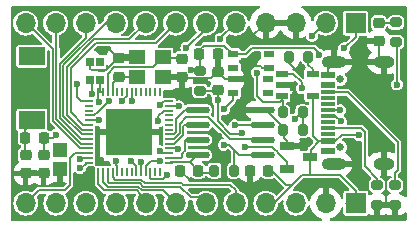
<source format=gbr>
%TF.GenerationSoftware,KiCad,Pcbnew,7.0.9*%
%TF.CreationDate,2023-12-31T12:54:37+01:00*%
%TF.ProjectId,esp32promicro,65737033-3270-4726-9f6d-6963726f2e6b,rev?*%
%TF.SameCoordinates,Original*%
%TF.FileFunction,Copper,L1,Top*%
%TF.FilePolarity,Positive*%
%FSLAX46Y46*%
G04 Gerber Fmt 4.6, Leading zero omitted, Abs format (unit mm)*
G04 Created by KiCad (PCBNEW 7.0.9) date 2023-12-31 12:54:37*
%MOMM*%
%LPD*%
G01*
G04 APERTURE LIST*
G04 Aperture macros list*
%AMRoundRect*
0 Rectangle with rounded corners*
0 $1 Rounding radius*
0 $2 $3 $4 $5 $6 $7 $8 $9 X,Y pos of 4 corners*
0 Add a 4 corners polygon primitive as box body*
4,1,4,$2,$3,$4,$5,$6,$7,$8,$9,$2,$3,0*
0 Add four circle primitives for the rounded corners*
1,1,$1+$1,$2,$3*
1,1,$1+$1,$4,$5*
1,1,$1+$1,$6,$7*
1,1,$1+$1,$8,$9*
0 Add four rect primitives between the rounded corners*
20,1,$1+$1,$2,$3,$4,$5,0*
20,1,$1+$1,$4,$5,$6,$7,0*
20,1,$1+$1,$6,$7,$8,$9,0*
20,1,$1+$1,$8,$9,$2,$3,0*%
G04 Aperture macros list end*
%TA.AperFunction,ComponentPad*%
%ADD10R,1.200000X1.200000*%
%TD*%
%TA.AperFunction,SMDPad,CuDef*%
%ADD11O,2.040000X0.570000*%
%TD*%
%TA.AperFunction,SMDPad,CuDef*%
%ADD12RoundRect,0.225000X0.250000X-0.225000X0.250000X0.225000X-0.250000X0.225000X-0.250000X-0.225000X0*%
%TD*%
%TA.AperFunction,SMDPad,CuDef*%
%ADD13RoundRect,0.200000X-0.200000X-0.275000X0.200000X-0.275000X0.200000X0.275000X-0.200000X0.275000X0*%
%TD*%
%TA.AperFunction,SMDPad,CuDef*%
%ADD14RoundRect,0.200000X0.200000X0.275000X-0.200000X0.275000X-0.200000X-0.275000X0.200000X-0.275000X0*%
%TD*%
%TA.AperFunction,SMDPad,CuDef*%
%ADD15RoundRect,0.200000X0.275000X-0.200000X0.275000X0.200000X-0.275000X0.200000X-0.275000X-0.200000X0*%
%TD*%
%TA.AperFunction,SMDPad,CuDef*%
%ADD16R,0.900000X0.600000*%
%TD*%
%TA.AperFunction,ComponentPad*%
%ADD17C,0.610000*%
%TD*%
%TA.AperFunction,SMDPad,CuDef*%
%ADD18C,0.610000*%
%TD*%
%TA.AperFunction,SMDPad,CuDef*%
%ADD19R,0.660000X0.200000*%
%TD*%
%TA.AperFunction,SMDPad,CuDef*%
%ADD20R,0.200000X0.660000*%
%TD*%
%TA.AperFunction,SMDPad,CuDef*%
%ADD21R,4.000000X4.000000*%
%TD*%
%TA.AperFunction,SMDPad,CuDef*%
%ADD22RoundRect,0.200000X-0.275000X0.200000X-0.275000X-0.200000X0.275000X-0.200000X0.275000X0.200000X0*%
%TD*%
%TA.AperFunction,SMDPad,CuDef*%
%ADD23RoundRect,0.225000X-0.225000X-0.250000X0.225000X-0.250000X0.225000X0.250000X-0.225000X0.250000X0*%
%TD*%
%TA.AperFunction,SMDPad,CuDef*%
%ADD24RoundRect,0.225000X-0.250000X0.225000X-0.250000X-0.225000X0.250000X-0.225000X0.250000X0.225000X0*%
%TD*%
%TA.AperFunction,SMDPad,CuDef*%
%ADD25RoundRect,0.225000X0.225000X0.250000X-0.225000X0.250000X-0.225000X-0.250000X0.225000X-0.250000X0*%
%TD*%
%TA.AperFunction,SMDPad,CuDef*%
%ADD26RoundRect,0.218750X0.256250X-0.218750X0.256250X0.218750X-0.256250X0.218750X-0.256250X-0.218750X0*%
%TD*%
%TA.AperFunction,SMDPad,CuDef*%
%ADD27R,1.250000X0.700000*%
%TD*%
%TA.AperFunction,SMDPad,CuDef*%
%ADD28R,1.000000X0.600000*%
%TD*%
%TA.AperFunction,SMDPad,CuDef*%
%ADD29R,2.200000X1.500000*%
%TD*%
%TA.AperFunction,ComponentPad*%
%ADD30C,0.650000*%
%TD*%
%TA.AperFunction,ComponentPad*%
%ADD31O,2.100000X1.000000*%
%TD*%
%TA.AperFunction,ComponentPad*%
%ADD32O,1.800000X1.000000*%
%TD*%
%TA.AperFunction,SMDPad,CuDef*%
%ADD33R,1.150000X0.600000*%
%TD*%
%TA.AperFunction,SMDPad,CuDef*%
%ADD34R,1.150000X0.300000*%
%TD*%
%TA.AperFunction,SMDPad,CuDef*%
%ADD35R,0.650000X0.800000*%
%TD*%
%TA.AperFunction,SMDPad,CuDef*%
%ADD36R,1.400000X1.200000*%
%TD*%
%TA.AperFunction,SMDPad,CuDef*%
%ADD37RoundRect,0.218750X0.218750X0.256250X-0.218750X0.256250X-0.218750X-0.256250X0.218750X-0.256250X0*%
%TD*%
%TA.AperFunction,ComponentPad*%
%ADD38R,1.700000X1.700000*%
%TD*%
%TA.AperFunction,ComponentPad*%
%ADD39O,1.700000X1.700000*%
%TD*%
%TA.AperFunction,ViaPad*%
%ADD40C,0.600000*%
%TD*%
%TA.AperFunction,Conductor*%
%ADD41C,0.150000*%
%TD*%
%TA.AperFunction,Conductor*%
%ADD42C,0.200000*%
%TD*%
G04 APERTURE END LIST*
D10*
%TO.P,J3,1,Pin_1*%
%TO.N,+BATT*%
X103251000Y-66167000D03*
%TD*%
%TO.P,J4,1,Pin_1*%
%TO.N,GND*%
X103251000Y-67818000D03*
%TD*%
D11*
%TO.P,U2,1,~{CS}*%
%TO.N,SPICS*%
X120418033Y-66594285D03*
%TO.P,U2,2,SO(IO1)*%
%TO.N,SPIQ*%
X120418033Y-65314285D03*
%TO.P,U2,3,WP#(IO2)*%
%TO.N,SPIWP*%
X120418033Y-64054285D03*
%TO.P,U2,4,VSS*%
%TO.N,GND*%
X120418033Y-62784285D03*
%TO.P,U2,5,SI(IO0)*%
%TO.N,SPID*%
X114878033Y-62784285D03*
%TO.P,U2,6,SCLK*%
%TO.N,SPICLK*%
X114878033Y-64054285D03*
%TO.P,U2,7,HOLD#(IO3)*%
%TO.N,SPIHD*%
X114878033Y-65314285D03*
%TO.P,U2,8,VCC*%
%TO.N,VDDSPI*%
X114878033Y-66594285D03*
%TD*%
D12*
%TO.P,C5,1*%
%TO.N,XTALN*%
X108187479Y-59957000D03*
%TO.P,C5,2*%
%TO.N,GND*%
X108187479Y-58407000D03*
%TD*%
D13*
%TO.P,R6,1*%
%TO.N,+BATT*%
X122111000Y-62992000D03*
%TO.P,R6,2*%
%TO.N,VBAT*%
X123761000Y-62992000D03*
%TD*%
D14*
%TO.P,R7,1*%
%TO.N,VBAT*%
X123761000Y-64465200D03*
%TO.P,R7,2*%
%TO.N,GND*%
X122111000Y-64465200D03*
%TD*%
D15*
%TO.P,R3,1*%
%TO.N,+5V*%
X131672663Y-57027943D03*
%TO.P,R3,2*%
%TO.N,Net-(D1-A)*%
X131672663Y-55377943D03*
%TD*%
D16*
%TO.P,SW1,1,1*%
%TO.N,GND*%
X120887480Y-59241269D03*
%TO.P,SW1,2,2*%
%TO.N,unconnected-(SW1-Pad2)*%
X120887480Y-58081269D03*
%TO.P,SW1,3,3*%
%TO.N,unconnected-(SW1-Pad3)*%
X117887480Y-59241269D03*
%TO.P,SW1,4,4*%
%TO.N,RESET*%
X117887480Y-58081269D03*
%TD*%
D17*
%TO.P,U1,*%
%TO.N,*%
X108079477Y-63645823D03*
X108079477Y-64645823D03*
X108079477Y-65645823D03*
X109079477Y-63645823D03*
X109079477Y-64645823D03*
X109079477Y-65645823D03*
X110079477Y-63645823D03*
D18*
X110079477Y-64645823D03*
X110079477Y-65645823D03*
D19*
%TO.P,U1,1,LNA_IN*%
%TO.N,ANTENNA*%
X105669477Y-62045823D03*
%TO.P,U1,2,VDD3P3*%
%TO.N,unconnected-(U1-VDD3P3-Pad2)*%
X105669477Y-62445823D03*
%TO.P,U1,3,VDD3P3*%
%TO.N,unconnected-(U1-VDD3P3-Pad3)*%
X105669477Y-62845823D03*
%TO.P,U1,4,CHIP_PU*%
%TO.N,RESET*%
X105669477Y-63245823D03*
%TO.P,U1,5,GPIO0*%
%TO.N,IO0*%
X105669477Y-63645823D03*
%TO.P,U1,6,GPIO1*%
%TO.N,4*%
X105669477Y-64045823D03*
%TO.P,U1,7,GPIO2*%
%TO.N,5*%
X105669477Y-64445823D03*
%TO.P,U1,8,GPIO3*%
%TO.N,6*%
X105669477Y-64845823D03*
%TO.P,U1,9,GPIO4*%
%TO.N,7*%
X105669477Y-65245823D03*
%TO.P,U1,10,GPIO5*%
%TO.N,8*%
X105669477Y-65645823D03*
%TO.P,U1,11,GPIO6*%
%TO.N,9*%
X105669477Y-66045823D03*
%TO.P,U1,12,GPIO7*%
%TO.N,10*%
X105669477Y-66445823D03*
%TO.P,U1,13,GPIO8*%
%TO.N,SDA2*%
X105669477Y-66845823D03*
%TO.P,U1,14,GPIO9*%
%TO.N,SCL3*%
X105669477Y-67245823D03*
D20*
%TO.P,U1,15,GPIO10*%
%TO.N,18*%
X106479477Y-68055823D03*
%TO.P,U1,16,GPIO11*%
%TO.N,19*%
X106879477Y-68055823D03*
%TO.P,U1,17,GPIO12*%
%TO.N,20*%
X107279477Y-68055823D03*
%TO.P,U1,18,GPIO13*%
%TO.N,21*%
X107679477Y-68055823D03*
%TO.P,U1,19,GPIO14*%
%TO.N,RGBLED*%
X108079477Y-68055823D03*
%TO.P,U1,20,VDD3P3_RTC*%
%TO.N,unconnected-(U1-VDD3P3_RTC-Pad20)*%
X108479477Y-68055823D03*
%TO.P,U1,21,XTAL_32K_P*%
%TO.N,unconnected-(U1-XTAL_32K_P-Pad21)*%
X108879477Y-68055823D03*
%TO.P,U1,22,XTAL_32K_N*%
%TO.N,unconnected-(U1-XTAL_32K_N-Pad22)*%
X109279477Y-68055823D03*
%TO.P,U1,23,GPIO17*%
%TO.N,CHRG*%
X109679477Y-68055823D03*
%TO.P,U1,24,GPIO18*%
%TO.N,VBAT*%
X110079477Y-68055823D03*
%TO.P,U1,25,GPIO19*%
%TO.N,USBN*%
X110479477Y-68055823D03*
%TO.P,U1,26,GPIO20*%
%TO.N,USBP*%
X110879477Y-68055823D03*
%TO.P,U1,27,GPIO21*%
%TO.N,unconnected-(U1-GPIO21-Pad27)*%
X111279477Y-68055823D03*
%TO.P,U1,28,SPICS1*%
%TO.N,unconnected-(U1-SPICS1-Pad28)*%
X111679477Y-68055823D03*
D19*
%TO.P,U1,29,VDD_SPI*%
%TO.N,VDDSPI*%
X112489477Y-67245823D03*
%TO.P,U1,30,SPIHD*%
%TO.N,SPIHD*%
X112489477Y-66845823D03*
%TO.P,U1,31,SPIWP*%
%TO.N,SPIWP*%
X112489477Y-66445823D03*
%TO.P,U1,32,SPICS0*%
%TO.N,SPICS*%
X112489477Y-66045823D03*
%TO.P,U1,33,SPICLK*%
%TO.N,SPICLK*%
X112489477Y-65645823D03*
%TO.P,U1,34,SPIQ*%
%TO.N,SPIQ*%
X112489477Y-65245823D03*
%TO.P,U1,35,SPID*%
%TO.N,SPID*%
X112489477Y-64845823D03*
%TO.P,U1,36,SPICLK_N*%
%TO.N,unconnected-(U1-SPICLK_N-Pad36)*%
X112489477Y-64445823D03*
%TO.P,U1,37,SPICLK_P*%
%TO.N,unconnected-(U1-SPICLK_P-Pad37)*%
X112489477Y-64045823D03*
%TO.P,U1,38,GPIO33*%
%TO.N,unconnected-(U1-GPIO33-Pad38)*%
X112489477Y-63645823D03*
%TO.P,U1,39,GPIO34*%
%TO.N,unconnected-(U1-GPIO34-Pad39)*%
X112489477Y-63245823D03*
%TO.P,U1,40,GPIO35*%
%TO.N,MOSI16*%
X112489477Y-62845823D03*
%TO.P,U1,41,GPIO36*%
%TO.N,SCLK15*%
X112489477Y-62445823D03*
%TO.P,U1,42,GPIO37*%
%TO.N,MISO14*%
X112489477Y-62045823D03*
D20*
%TO.P,U1,43,GPIO38*%
%TO.N,unconnected-(U1-GPIO38-Pad43)*%
X111679477Y-61235823D03*
%TO.P,U1,44,MTCK*%
%TO.N,unconnected-(U1-MTCK-Pad44)*%
X111279477Y-61235823D03*
%TO.P,U1,45,MTDO*%
%TO.N,unconnected-(U1-MTDO-Pad45)*%
X110879477Y-61235823D03*
%TO.P,U1,46,VDD3P3_CPU*%
%TO.N,unconnected-(U1-VDD3P3_CPU-Pad46)*%
X110479477Y-61235823D03*
%TO.P,U1,47,MTDI*%
%TO.N,unconnected-(U1-MTDI-Pad47)*%
X110079477Y-61235823D03*
%TO.P,U1,48,MTMS*%
%TO.N,unconnected-(U1-MTMS-Pad48)*%
X109679477Y-61235823D03*
%TO.P,U1,49,U0TXD*%
%TO.N,TXD*%
X109279477Y-61235823D03*
%TO.P,U1,50,U0RXD*%
%TO.N,RXD*%
X108879477Y-61235823D03*
%TO.P,U1,51,GPIO45*%
%TO.N,unconnected-(U1-GPIO45-Pad51)*%
X108479477Y-61235823D03*
%TO.P,U1,52,GPIO46*%
%TO.N,unconnected-(U1-GPIO46-Pad52)*%
X108079477Y-61235823D03*
%TO.P,U1,53,XTAL_N*%
%TO.N,XTALN*%
X107679477Y-61235823D03*
%TO.P,U1,54,XTAL_P*%
%TO.N,XTALP*%
X107279477Y-61235823D03*
%TO.P,U1,55,VDDA*%
%TO.N,+3V3*%
X106879477Y-61235823D03*
%TO.P,U1,56,VDDA*%
X106479477Y-61235823D03*
D21*
%TO.P,U1,57,EP*%
%TO.N,GND*%
X109079477Y-64645823D03*
%TD*%
D22*
%TO.P,R2,1*%
%TO.N,Net-(U4-CC1)*%
X130078000Y-69152001D03*
%TO.P,R2,2*%
%TO.N,GND*%
X130078000Y-70802001D03*
%TD*%
D16*
%TO.P,SW3,1,1*%
%TO.N,GND*%
X117863479Y-60185270D03*
%TO.P,SW3,2,2*%
%TO.N,IO0*%
X117863479Y-61345270D03*
%TO.P,SW3,3,3*%
%TO.N,unconnected-(SW3-Pad3)*%
X120863479Y-60185270D03*
%TO.P,SW3,4,4*%
%TO.N,unconnected-(SW3-Pad4)*%
X120863479Y-61345270D03*
%TD*%
D23*
%TO.P,C3,1*%
%TO.N,RESET*%
X115032479Y-58034270D03*
%TO.P,C3,2*%
%TO.N,GND*%
X116582479Y-58034270D03*
%TD*%
D24*
%TO.P,C8,1*%
%TO.N,ANTENNA*%
X101828600Y-66611200D03*
%TO.P,C8,2*%
%TO.N,GND*%
X101828600Y-68161200D03*
%TD*%
D25*
%TO.P,C1,1*%
%TO.N,+5V*%
X120866200Y-67919600D03*
%TO.P,C1,2*%
%TO.N,GND*%
X119316200Y-67919600D03*
%TD*%
D23*
%TO.P,C6,1*%
%TO.N,GND*%
X113372600Y-67919600D03*
%TO.P,C6,2*%
%TO.N,VDDSPI*%
X114922600Y-67919600D03*
%TD*%
D15*
%TO.P,R4,1*%
%TO.N,+3V3*%
X115045480Y-61145270D03*
%TO.P,R4,2*%
%TO.N,RESET*%
X115045480Y-59495270D03*
%TD*%
D12*
%TO.P,C2,1*%
%TO.N,+3V3*%
X116569478Y-61095268D03*
%TO.P,C2,2*%
%TO.N,GND*%
X116569478Y-59545268D03*
%TD*%
D26*
%TO.P,D1,1,K*%
%TO.N,GND*%
X130200400Y-56972300D03*
%TO.P,D1,2,A*%
%TO.N,Net-(D1-A)*%
X130200400Y-55397300D03*
%TD*%
D27*
%TO.P,U3,1,VSS*%
%TO.N,GND*%
X122427479Y-65852000D03*
%TO.P,U3,2,VOUT*%
%TO.N,+3V3*%
X122427479Y-67752000D03*
%TO.P,U3,3,VIN*%
%TO.N,+5V*%
X124427479Y-66802000D03*
%TD*%
D22*
%TO.P,R1,1*%
%TO.N,Net-(U4-CC2)*%
X131572000Y-69152000D03*
%TO.P,R1,2*%
%TO.N,GND*%
X131572000Y-70802000D03*
%TD*%
D28*
%TO.P,U5,5,PROG*%
%TO.N,Net-(U5-PROG)*%
X124617000Y-59705200D03*
%TO.P,U5,4,VCC*%
%TO.N,+5V*%
X124617000Y-61605200D03*
%TO.P,U5,3,BAT*%
%TO.N,+BATT*%
X122017000Y-61605200D03*
%TO.P,U5,2,GND*%
%TO.N,GND*%
X122017000Y-60655200D03*
%TO.P,U5,1,CHRG*%
%TO.N,CHRG*%
X122017000Y-59705200D03*
%TD*%
D13*
%TO.P,R5,1*%
%TO.N,VDDSPI*%
X116294400Y-67919600D03*
%TO.P,R5,2*%
%TO.N,SPICS*%
X117944400Y-67919600D03*
%TD*%
D29*
%TO.P,L1,1,ANT*%
%TO.N,Net-(L1-ANT)*%
X100838000Y-63624600D03*
%TO.P,L1,2,2*%
%TO.N,unconnected-(L1-Pad2)*%
X100838000Y-58244600D03*
%TD*%
D30*
%TO.P,U4,*%
%TO.N,*%
X126943480Y-65941270D03*
X126943480Y-60161270D03*
D31*
%TO.P,U4,13,GND*%
%TO.N,GND*%
X126443480Y-67371270D03*
%TO.P,U4,14,GND*%
X126443480Y-58731270D03*
D32*
%TO.P,U4,15,GND*%
X130623480Y-67371270D03*
%TO.P,U4,16,GND*%
X130623480Y-58731270D03*
D33*
%TO.P,U4,A1B12,GND*%
%TO.N,unconnected-(U4-GND-PadA1B12)*%
X125883480Y-66251270D03*
%TO.P,U4,A4B9,VBUS*%
%TO.N,+5V*%
X125883480Y-65451270D03*
D34*
%TO.P,U4,A5,CC1*%
%TO.N,Net-(U4-CC1)*%
X125883480Y-64301270D03*
%TO.P,U4,A6,DP1*%
%TO.N,USBP*%
X125883480Y-63301270D03*
%TO.P,U4,A7,DN1*%
%TO.N,USBN*%
X125883480Y-62801270D03*
%TO.P,U4,A8,SBU1*%
%TO.N,unconnected-(U4-SBU1-PadA8)*%
X125883480Y-61801270D03*
D33*
%TO.P,U4,B1A12,GND*%
%TO.N,GND*%
X125883480Y-59851270D03*
%TO.P,U4,B4A9,VBUS*%
%TO.N,unconnected-(U4-VBUS-PadB4A9)*%
X125883480Y-60651270D03*
D34*
%TO.P,U4,B5,CC2*%
%TO.N,Net-(U4-CC2)*%
X125883480Y-61301270D03*
%TO.P,U4,B6,DP2*%
%TO.N,unconnected-(U4-DP2-PadB6)*%
X125883480Y-62301270D03*
%TO.P,U4,B7,DN2*%
%TO.N,unconnected-(U4-DN2-PadB7)*%
X125883480Y-63801270D03*
%TO.P,U4,B8,SBU2*%
%TO.N,unconnected-(U4-SBU2-PadB8)*%
X125883480Y-64801270D03*
%TD*%
D24*
%TO.P,C7,1*%
%TO.N,Net-(L1-ANT)*%
X100304600Y-66611200D03*
%TO.P,C7,2*%
%TO.N,GND*%
X100304600Y-68161200D03*
%TD*%
D35*
%TO.P,LED1,1,DO*%
%TO.N,unconnected-(LED1-DO-Pad1)*%
X106608349Y-58706388D03*
%TO.P,LED1,2,VDD*%
%TO.N,+3V3*%
X106608349Y-60206388D03*
%TO.P,LED1,3,GND*%
%TO.N,GND*%
X105768349Y-58706388D03*
%TO.P,LED1,4,DI*%
%TO.N,RGBLED*%
X105768349Y-60206388D03*
%TD*%
D36*
%TO.P,CRYSTAL1,1,1*%
%TO.N,XTALP*%
X111911479Y-58303270D03*
%TO.P,CRYSTAL1,2,GND*%
%TO.N,GND*%
X109711479Y-58303270D03*
%TO.P,CRYSTAL1,3,3*%
%TO.N,XTALN*%
X109711479Y-60003270D03*
%TO.P,CRYSTAL1,4,GND*%
%TO.N,GND*%
X111911479Y-60003270D03*
%TD*%
D12*
%TO.P,C4,1*%
%TO.N,GND*%
X113521478Y-60016269D03*
%TO.P,C4,2*%
%TO.N,XTALP*%
X113521478Y-58466269D03*
%TD*%
D37*
%TO.P,L2,1,1*%
%TO.N,ANTENNA*%
X101854000Y-65151000D03*
%TO.P,L2,2,2*%
%TO.N,Net-(L1-ANT)*%
X100279000Y-65151000D03*
%TD*%
D14*
%TO.P,R9,2*%
%TO.N,GND*%
X122605000Y-58280000D03*
%TO.P,R9,1*%
%TO.N,Net-(U5-PROG)*%
X124255000Y-58280000D03*
%TD*%
D38*
%TO.P,J2,1,Pin_1*%
%TO.N,+5V*%
X128269480Y-70671269D03*
D39*
%TO.P,J2,2,Pin_2*%
%TO.N,GND*%
X125729480Y-70671269D03*
%TO.P,J2,3,Pin_3*%
%TO.N,RESET*%
X123189480Y-70671269D03*
%TO.P,J2,4,Pin_4*%
%TO.N,+5V*%
X120649480Y-70671269D03*
%TO.P,J2,5,Pin_5*%
%TO.N,21*%
X118109480Y-70671269D03*
%TO.P,J2,6,Pin_6*%
%TO.N,20*%
X115569480Y-70671269D03*
%TO.P,J2,7,Pin_7*%
%TO.N,19*%
X113029480Y-70671269D03*
%TO.P,J2,8,Pin_8*%
%TO.N,18*%
X110489480Y-70671269D03*
%TO.P,J2,9,Pin_9*%
%TO.N,SCLK15*%
X107949480Y-70671269D03*
%TO.P,J2,10,Pin_10*%
%TO.N,MISO14*%
X105409480Y-70671269D03*
%TO.P,J2,11,Pin_11*%
%TO.N,MOSI16*%
X102869480Y-70671269D03*
%TO.P,J2,12,Pin_12*%
%TO.N,10*%
X100329480Y-70671269D03*
%TD*%
D38*
%TO.P,J1,1,Pin_1*%
%TO.N,TXD*%
X128253479Y-55431270D03*
D39*
%TO.P,J1,2,Pin_2*%
%TO.N,RXD*%
X125713479Y-55431270D03*
%TO.P,J1,3,Pin_3*%
%TO.N,GND*%
X123173479Y-55431270D03*
%TO.P,J1,4,Pin_4*%
X120633479Y-55431270D03*
%TO.P,J1,5,Pin_5*%
%TO.N,SDA2*%
X118093479Y-55431270D03*
%TO.P,J1,6,Pin_6*%
%TO.N,SCL3*%
X115553479Y-55431270D03*
%TO.P,J1,7,Pin_7*%
%TO.N,4*%
X113013479Y-55431270D03*
%TO.P,J1,8,Pin_8*%
%TO.N,5*%
X110473479Y-55431270D03*
%TO.P,J1,9,Pin_9*%
%TO.N,6*%
X107933479Y-55431270D03*
%TO.P,J1,10,Pin_10*%
%TO.N,7*%
X105393479Y-55431270D03*
%TO.P,J1,11,Pin_11*%
%TO.N,8*%
X102853479Y-55431270D03*
%TO.P,J1,12,Pin_12*%
%TO.N,9*%
X100313479Y-55431270D03*
%TD*%
D40*
%TO.N,+BATT*%
X119888000Y-59627500D03*
%TO.N,GND*%
X121920000Y-56642000D03*
X123571000Y-59436000D03*
X100076000Y-62230000D03*
X101473000Y-60579000D03*
X123698000Y-65786000D03*
%TO.N,+5V*%
X128507500Y-64897000D03*
X131748480Y-60631120D03*
%TO.N,GND*%
X119253000Y-61087000D03*
X106680000Y-67056000D03*
X119380000Y-69977000D03*
X116645354Y-65015446D03*
X101068287Y-68147281D03*
X100203000Y-60071000D03*
X126619000Y-69088000D03*
X106807000Y-57658000D03*
X105410000Y-68326000D03*
X122936000Y-60960000D03*
X128524000Y-68326000D03*
X119337874Y-56726874D03*
X116763800Y-69977000D03*
X128905000Y-63627000D03*
X130302000Y-61214000D03*
%TO.N,+3V3*%
X106551773Y-62101773D03*
X118618000Y-64753500D03*
X116586000Y-61976000D03*
X118872000Y-65918190D03*
%TO.N,RESET*%
X107341734Y-62035769D03*
X114333369Y-59373500D03*
X125181708Y-58102834D03*
%TO.N,RXD*%
X108506148Y-62035769D03*
X124576878Y-56525122D03*
%TO.N,TXD*%
X109282611Y-62035769D03*
X127275978Y-57552978D03*
%TO.N,SDA2*%
X104884979Y-66970325D03*
X116811897Y-56740897D03*
%TO.N,SCL3*%
X113919000Y-57531000D03*
X104906459Y-67719519D03*
%TO.N,SCLK15*%
X113284000Y-62484000D03*
%TO.N,MISO14*%
X111709975Y-62405899D03*
%TO.N,MOSI16*%
X111528979Y-63754000D03*
%TO.N,SPICS*%
X117094000Y-65735200D03*
X113189515Y-66089377D03*
%TO.N,RGBLED*%
X105918000Y-61468000D03*
X107950000Y-67095325D03*
%TO.N,IO0*%
X117094000Y-62738000D03*
X106486891Y-63645825D03*
%TO.N,USBN*%
X126955493Y-62803546D03*
X111715995Y-67069547D03*
%TO.N,USBP*%
X112268000Y-68326000D03*
X127000000Y-63754000D03*
%TO.N,SPIWP*%
X111715995Y-66294000D03*
X118008400Y-64087500D03*
%TO.N,VBAT*%
X123127000Y-63563000D03*
X110051928Y-67180638D03*
%TO.N,CHRG*%
X123698000Y-60960000D03*
X109220000Y-67095325D03*
%TO.N,ANTENNA*%
X104640500Y-60579000D03*
X102870000Y-64897000D03*
%TD*%
D41*
%TO.N,SCL3*%
X105415830Y-67245824D02*
X105669478Y-67245824D01*
X105415830Y-67339255D02*
X105415830Y-67245824D01*
X105035566Y-67719519D02*
X105415830Y-67339255D01*
X104906459Y-67719519D02*
X105035566Y-67719519D01*
%TO.N,SDA2*%
X105009479Y-66845825D02*
X105669478Y-66845825D01*
X104884979Y-66970325D02*
X105009479Y-66845825D01*
%TO.N,10*%
X104496175Y-66445825D02*
X105669479Y-66445825D01*
X103631731Y-69596269D02*
X104088753Y-69139247D01*
X104088753Y-69139247D02*
X104088753Y-66853247D01*
X104088753Y-66853247D02*
X104496175Y-66445825D01*
X100329479Y-70671268D02*
X101404478Y-69596269D01*
X101404478Y-69596269D02*
X103631731Y-69596269D01*
%TO.N,ANTENNA*%
X101828600Y-65176400D02*
X101828600Y-66611200D01*
X102616000Y-65151000D02*
X101854000Y-65151000D01*
X102870000Y-64897000D02*
X102616000Y-65151000D01*
X101854000Y-65151000D02*
X101828600Y-65176400D01*
%TO.N,GND*%
X120876602Y-59230392D02*
X120887478Y-59241268D01*
X120338874Y-59230392D02*
X120876602Y-59230392D01*
X118514417Y-60185270D02*
X119597187Y-59102500D01*
X117863479Y-60185270D02*
X118514417Y-60185270D01*
X119597187Y-59102500D02*
X120210982Y-59102500D01*
X120210982Y-59102500D02*
X120338874Y-59230392D01*
%TO.N,+BATT*%
X122017000Y-61899800D02*
X122017000Y-61605200D01*
X121813800Y-62103000D02*
X122017000Y-61899800D01*
X120421209Y-62103000D02*
X121813800Y-62103000D01*
X119888000Y-61569791D02*
X120421209Y-62103000D01*
X119888000Y-59627500D02*
X119888000Y-61569791D01*
X122111000Y-62040000D02*
X122017000Y-61946000D01*
X122111000Y-62992000D02*
X122111000Y-62040000D01*
X122017000Y-61946000D02*
X122017000Y-61605200D01*
%TO.N,ANTENNA*%
X104640500Y-61714500D02*
X104971825Y-62045825D01*
X104640500Y-60579000D02*
X104640500Y-61714500D01*
X104971825Y-62045825D02*
X105669479Y-62045825D01*
%TO.N,SDA2*%
X116811897Y-56712852D02*
X118093479Y-55431270D01*
X116811897Y-56740897D02*
X116811897Y-56712852D01*
%TO.N,SCL3*%
X115553478Y-55896522D02*
X115553478Y-55431267D01*
X113919000Y-57531000D02*
X115553478Y-55896522D01*
%TO.N,GND*%
X101068287Y-68147281D02*
X100990568Y-68225000D01*
X100990568Y-68225000D02*
X100304600Y-68225000D01*
%TO.N,+5V*%
X127068511Y-64897000D02*
X126514241Y-65451270D01*
X128507500Y-64897000D02*
X127068511Y-64897000D01*
X126514241Y-65451270D02*
X125883480Y-65451270D01*
%TO.N,Net-(U4-CC1)*%
X129032000Y-64643000D02*
X128690270Y-64301270D01*
X130078000Y-68610000D02*
X129032000Y-67564000D01*
X129032000Y-67564000D02*
X129032000Y-64643000D01*
X128690270Y-64301270D02*
X125883480Y-64301270D01*
X130078000Y-68872601D02*
X130078000Y-68610000D01*
D42*
%TO.N,USBN*%
X126953216Y-62801269D02*
X125883478Y-62801269D01*
X126955493Y-62803546D02*
X126953216Y-62801269D01*
%TO.N,USBP*%
X126547268Y-63301268D02*
X125883478Y-63301268D01*
X127000000Y-63754000D02*
X126547268Y-63301268D01*
D41*
%TO.N,RESET*%
X118956731Y-58081269D02*
X117887480Y-58081269D01*
X119507000Y-57531000D02*
X118956731Y-58081269D01*
X125181708Y-57998708D02*
X124714000Y-57531000D01*
X125181708Y-58102834D02*
X125181708Y-57998708D01*
X124714000Y-57531000D02*
X119507000Y-57531000D01*
%TO.N,GND*%
X123571000Y-59436000D02*
X123190000Y-59436000D01*
X123190000Y-59436000D02*
X122605000Y-58851000D01*
X122605000Y-58851000D02*
X122605000Y-58280000D01*
X120660000Y-62748000D02*
X120372000Y-62748000D01*
X122111000Y-64199000D02*
X120660000Y-62748000D01*
X122111000Y-64465200D02*
X122111000Y-64199000D01*
X122174000Y-65151000D02*
X122174000Y-64528200D01*
X122427479Y-65404479D02*
X122174000Y-65151000D01*
X122427479Y-65852000D02*
X122427479Y-65404479D01*
%TO.N,+5V*%
X124617000Y-64973270D02*
X125095000Y-65451270D01*
X124617000Y-61605200D02*
X124617000Y-64973270D01*
X125095000Y-65451270D02*
X125883480Y-65451270D01*
X124460000Y-66769479D02*
X124427479Y-66802000D01*
X124460000Y-66135192D02*
X124460000Y-66769479D01*
X125143922Y-65451270D02*
X124460000Y-66135192D01*
X125883480Y-65451270D02*
X125143922Y-65451270D01*
%TO.N,VDDSPI*%
X114847915Y-66594285D02*
X114878033Y-66594285D01*
X114222600Y-67219600D02*
X114847915Y-66594285D01*
%TO.N,GND*%
X106807000Y-57658000D02*
X107379210Y-57658000D01*
X107379210Y-57658000D02*
X108187479Y-58466269D01*
%TO.N,RXD*%
X125670730Y-55431270D02*
X125713479Y-55431270D01*
X124576878Y-56525122D02*
X125670730Y-55431270D01*
%TO.N,TXD*%
X127275978Y-57552978D02*
X128253479Y-56575477D01*
X128253479Y-56575477D02*
X128253479Y-55431270D01*
%TO.N,GND*%
X130810000Y-67557790D02*
X130810000Y-70802001D01*
X130623480Y-67371270D02*
X130810000Y-67557790D01*
X119337875Y-56726874D02*
X120633479Y-55431270D01*
X119337874Y-56726874D02*
X119337875Y-56726874D01*
D42*
%TO.N,USBP*%
X110879477Y-68585823D02*
X110879477Y-68055823D01*
X110964924Y-68671270D02*
X110879477Y-68585823D01*
X112268000Y-68326000D02*
X111922730Y-68671270D01*
X111922730Y-68671270D02*
X110964924Y-68671270D01*
D41*
%TO.N,GND*%
X118237000Y-68834000D02*
X114287000Y-68834000D01*
X119380000Y-69977000D02*
X118237000Y-68834000D01*
X114287000Y-68834000D02*
X113372600Y-67919600D01*
%TO.N,Net-(U4-CC2)*%
X131826000Y-67833028D02*
X131826000Y-65532000D01*
X131572000Y-68087028D02*
X131826000Y-67833028D01*
X131572000Y-68872600D02*
X131572000Y-68087028D01*
X131826000Y-65532000D02*
X127595270Y-61301270D01*
X127595270Y-61301270D02*
X125883480Y-61301270D01*
%TO.N,+5V*%
X122900271Y-69128471D02*
X123751473Y-68277270D01*
X120633479Y-70671269D02*
X121371479Y-70671268D01*
X124371018Y-61605200D02*
X124617000Y-61605200D01*
X131748480Y-56932280D02*
X131748480Y-60631120D01*
X122379871Y-69128471D02*
X122900271Y-69128471D01*
X124427479Y-68114271D02*
X124264480Y-68277270D01*
X127475478Y-70671268D02*
X128253479Y-70671268D01*
X128269480Y-69646280D02*
X126900470Y-68277270D01*
X126900470Y-68277270D02*
X124264480Y-68277270D01*
X131673600Y-56857400D02*
X131748480Y-56932280D01*
X121094800Y-67843400D02*
X122379871Y-69128471D01*
X125883478Y-65451269D02*
X125876761Y-65444552D01*
X128269480Y-70671269D02*
X128269480Y-69646280D01*
X124427479Y-66802000D02*
X124427479Y-68114271D01*
X123751473Y-68277270D02*
X124264480Y-68277270D01*
X121054479Y-70671267D02*
X120633479Y-70671269D01*
X124427479Y-66515479D02*
X124427479Y-66802000D01*
X120649480Y-70671269D02*
X121357474Y-70671269D01*
X121357474Y-70671269D02*
X122900271Y-69128471D01*
%TO.N,GND*%
X116582479Y-58034269D02*
X116582479Y-59532269D01*
X105768347Y-59290385D02*
X105913962Y-59436000D01*
X130078000Y-70802001D02*
X130810000Y-70802001D01*
X101854000Y-68033500D02*
X101879500Y-68059000D01*
X116569478Y-59545269D02*
X117209479Y-60185270D01*
X107101701Y-59436000D02*
X108071434Y-58466267D01*
X108190265Y-58410041D02*
X109604704Y-58410043D01*
X108071434Y-58466267D02*
X108187479Y-58466268D01*
X113435479Y-59958935D02*
X111955812Y-59958937D01*
X109604704Y-58410043D02*
X109711480Y-58303270D01*
X119847479Y-62929270D02*
X121095270Y-62929270D01*
X105768349Y-58706388D02*
X105768347Y-59290385D01*
X105913962Y-59436000D02*
X107101701Y-59436000D01*
X125883480Y-59291270D02*
X126443480Y-58731270D01*
X130200400Y-58308190D02*
X130623480Y-58731270D01*
X120887478Y-59083269D02*
X120863478Y-59059268D01*
X130810000Y-70802001D02*
X131572000Y-70802000D01*
X125883480Y-59851270D02*
X125883480Y-59291270D01*
X130200400Y-56972300D02*
X130200400Y-58308190D01*
X110211479Y-58303270D02*
X109711480Y-58303270D01*
X115994478Y-60120270D02*
X116569478Y-59545269D01*
X122411479Y-66050000D02*
X122427479Y-66034000D01*
X113596812Y-60120270D02*
X115994478Y-60120270D01*
X111955812Y-59958937D02*
X111911479Y-60003270D01*
X116582479Y-59532269D02*
X116569478Y-59545269D01*
X122427479Y-65852000D02*
X122428000Y-65851479D01*
X117209479Y-60185270D02*
X117863479Y-60185270D01*
X113435479Y-59958935D02*
X113596812Y-60120270D01*
X117598479Y-60003270D02*
X117839478Y-60244269D01*
%TO.N,+3V3*%
X121364282Y-66084285D02*
X121663033Y-66383036D01*
X118618000Y-64753500D02*
X118532900Y-64668400D01*
X106479479Y-61235825D02*
X106879479Y-61235824D01*
X116844480Y-60820269D02*
X116569478Y-61095268D01*
X121663033Y-66383036D02*
X121663033Y-66392785D01*
X118872000Y-65918190D02*
X118876281Y-65922471D01*
X118397800Y-64787000D02*
X117638537Y-64787000D01*
X116519479Y-61145270D02*
X116569478Y-61095268D01*
X121192719Y-65922471D02*
X121354533Y-66084285D01*
X121663033Y-66392785D02*
X122427479Y-67157231D01*
X106608349Y-61106954D02*
X106479479Y-61235825D01*
X121354533Y-66084285D02*
X121364282Y-66084285D01*
X122427479Y-67157231D02*
X122427479Y-67934000D01*
X106608349Y-60245268D02*
X106608349Y-61106954D01*
X115045480Y-61145270D02*
X116519479Y-61145270D01*
X116586000Y-61976000D02*
X116569478Y-61959478D01*
X118532900Y-64668400D02*
X118516400Y-64668400D01*
X106479479Y-62029479D02*
X106479479Y-61235825D01*
X116569478Y-61959478D02*
X116569478Y-61095268D01*
X116569478Y-63717941D02*
X116569478Y-61095268D01*
X118876281Y-65922471D02*
X121192719Y-65922471D01*
X117638537Y-64787000D02*
X116569478Y-63717941D01*
X118516400Y-64668400D02*
X118397800Y-64787000D01*
X106551773Y-62101773D02*
X106479479Y-62029479D01*
%TO.N,RESET*%
X115032479Y-57730269D02*
X115032480Y-58034269D01*
X115032480Y-58034269D02*
X115045480Y-58047269D01*
X114923711Y-59373500D02*
X115045480Y-59495269D01*
X106417564Y-62977738D02*
X106412515Y-62977738D01*
X106412515Y-62977738D02*
X106144430Y-63245823D01*
X107341734Y-62035769D02*
X107341734Y-62053568D01*
X117887479Y-58081270D02*
X117140481Y-57334270D01*
X114333369Y-59373500D02*
X114923711Y-59373500D01*
X117140481Y-57334270D02*
X115428480Y-57334270D01*
X115045480Y-58047269D02*
X115045480Y-59495269D01*
X117863479Y-57899270D02*
X117713479Y-57899270D01*
X115045480Y-59495269D02*
X114728479Y-59178268D01*
X107341734Y-62053568D02*
X106417564Y-62977738D01*
X106144430Y-63245823D02*
X105669478Y-63245823D01*
X115428480Y-57334270D02*
X115032479Y-57730269D01*
D42*
%TO.N,XTALP*%
X107831050Y-59166269D02*
X107279478Y-59717841D01*
X108653465Y-59153269D02*
X108640465Y-59166269D01*
X111061481Y-59153269D02*
X108653465Y-59153269D01*
X108640465Y-59166269D02*
X107831050Y-59166269D01*
X112017146Y-58408935D02*
X111911480Y-58303270D01*
X107279478Y-59717841D02*
X107279478Y-61235824D01*
X113435479Y-58408937D02*
X112017146Y-58408935D01*
X111911480Y-58303270D02*
X111061481Y-59153269D01*
%TO.N,XTALN*%
X108233491Y-60003270D02*
X108190265Y-59960043D01*
X109711479Y-60003270D02*
X108233491Y-60003270D01*
X107679479Y-60470830D02*
X107679479Y-61235825D01*
X108190265Y-59960043D02*
X107679479Y-60470830D01*
D41*
%TO.N,VDDSPI*%
X114922600Y-67919600D02*
X114222600Y-67219600D01*
X112515703Y-67219600D02*
X112489479Y-67245824D01*
X116506479Y-68131269D02*
X115058479Y-68131270D01*
X114222600Y-67219600D02*
X112515703Y-67219600D01*
%TO.N,Net-(D1-A)*%
X131483700Y-55397300D02*
X131673600Y-55207400D01*
X130200400Y-55397300D02*
X131483700Y-55397300D01*
%TO.N,RXD*%
X108879479Y-61584371D02*
X108879479Y-61235825D01*
X108487850Y-61976000D02*
X108879479Y-61584371D01*
%TO.N,TXD*%
X109279479Y-62032637D02*
X109279479Y-61235825D01*
X109282611Y-62035769D02*
X109279479Y-62032637D01*
%TO.N,4*%
X113013479Y-55431268D02*
X113013479Y-55567270D01*
X111326620Y-57118127D02*
X113013479Y-55431268D01*
X105193825Y-64045825D02*
X104116000Y-62968000D01*
X106237756Y-57118127D02*
X111326620Y-57118127D01*
X104116000Y-62968000D02*
X104116000Y-59239883D01*
X104116000Y-59239883D02*
X106237756Y-57118127D01*
X105669478Y-64045825D02*
X105193825Y-64045825D01*
%TO.N,5*%
X109086622Y-56818127D02*
X106113492Y-56818127D01*
X103816000Y-63176000D02*
X105085824Y-64445824D01*
X105085824Y-64445824D02*
X105669478Y-64445824D01*
X103816000Y-59115619D02*
X103816000Y-63176000D01*
X110473479Y-55431270D02*
X109086622Y-56818127D01*
X106113492Y-56818127D02*
X103816000Y-59115619D01*
%TO.N,6*%
X105061561Y-64845825D02*
X105669479Y-64845825D01*
X107076085Y-55431270D02*
X103516000Y-58991355D01*
X107933479Y-55431270D02*
X107076085Y-55431270D01*
X103516000Y-58991355D02*
X103516000Y-63300264D01*
X103516000Y-63300264D02*
X105061561Y-64845825D01*
%TO.N,7*%
X105393479Y-56689612D02*
X105393479Y-55431270D01*
X105669478Y-65245824D02*
X105037296Y-65245824D01*
X105037296Y-65245824D02*
X103216000Y-63424528D01*
X103216000Y-58867091D02*
X105393479Y-56689612D01*
X103216000Y-63424528D02*
X103216000Y-58867091D01*
%TO.N,8*%
X102916000Y-57533736D02*
X102916000Y-63548792D01*
X102853479Y-55431268D02*
X102853479Y-57471215D01*
X102853479Y-57471215D02*
X102916000Y-57533736D01*
X105013033Y-65645825D02*
X105669480Y-65645825D01*
X102916000Y-63548792D02*
X105013033Y-65645825D01*
%TO.N,9*%
X100567479Y-55685269D02*
X100643269Y-55685269D01*
X100313478Y-55431268D02*
X100567479Y-55685269D01*
X104962034Y-66045824D02*
X105669478Y-66045822D01*
X102616000Y-63715789D02*
X104946034Y-66045823D01*
X100643269Y-55685269D02*
X102616000Y-57658000D01*
X102616000Y-57658000D02*
X102616000Y-63715789D01*
%TO.N,21*%
X110098270Y-68696270D02*
X110398270Y-68996270D01*
X118093479Y-69579479D02*
X118093479Y-70671268D01*
X117648000Y-69134000D02*
X118093479Y-69579479D01*
X113678473Y-69134000D02*
X117648000Y-69134000D01*
X107679479Y-68463033D02*
X107912716Y-68696270D01*
X107912716Y-68696270D02*
X110098270Y-68696270D01*
X110398270Y-68996270D02*
X113540743Y-68996270D01*
X113540743Y-68996270D02*
X113678473Y-69134000D01*
X107679479Y-68055823D02*
X107679479Y-68463033D01*
%TO.N,20*%
X107404479Y-68996270D02*
X107279478Y-68871269D01*
X109974006Y-68996270D02*
X107404479Y-68996270D01*
X114283479Y-70163270D02*
X113416479Y-69296270D01*
X110274006Y-69296270D02*
X109974006Y-68996270D01*
X113416479Y-69296270D02*
X110274006Y-69296270D01*
X115553478Y-70671268D02*
X115045480Y-70163270D01*
X107279478Y-68871269D02*
X107279478Y-68055824D01*
X115045480Y-70163270D02*
X114283479Y-70163270D01*
%TO.N,19*%
X111938480Y-69596270D02*
X113013480Y-70671269D01*
X109849742Y-69296270D02*
X110149742Y-69596270D01*
X106879479Y-68895534D02*
X107280215Y-69296270D01*
X110149742Y-69596270D02*
X111938480Y-69596270D01*
X106879479Y-68893270D02*
X106879479Y-68895534D01*
X107280215Y-69296270D02*
X109849742Y-69296270D01*
X106879479Y-68893270D02*
X106879479Y-68055825D01*
%TO.N,18*%
X110025478Y-69896270D02*
X109725476Y-69596268D01*
X109725476Y-69596268D02*
X106988479Y-69596268D01*
X106479479Y-69087270D02*
X106479478Y-68055824D01*
X110473478Y-70671269D02*
X110473478Y-70341478D01*
X106988479Y-69596268D02*
X106479479Y-69087270D01*
X110473478Y-70341478D02*
X110028270Y-69896270D01*
X110028270Y-69896270D02*
X110025478Y-69896270D01*
%TO.N,SCLK15*%
X113284000Y-62484000D02*
X113245824Y-62445824D01*
X113245824Y-62445824D02*
X112489480Y-62445824D01*
%TO.N,MISO14*%
X111709975Y-62405899D02*
X112070049Y-62045825D01*
X112070049Y-62045825D02*
X112489479Y-62045825D01*
%TO.N,MOSI16*%
X111528979Y-63326326D02*
X112009480Y-62845825D01*
X111528979Y-63754000D02*
X111528979Y-63326326D01*
X112009480Y-62845825D02*
X112489479Y-62845824D01*
%TO.N,SPICS*%
X118374000Y-66558000D02*
X120174209Y-66558000D01*
X113066923Y-66045824D02*
X112489479Y-66045823D01*
X117094000Y-65735200D02*
X117551200Y-65735200D01*
X113110476Y-66089377D02*
X113066923Y-66045824D01*
X117551200Y-65735200D02*
X118374000Y-66558000D01*
X117969800Y-66153800D02*
X117969800Y-67944591D01*
X119402210Y-66548000D02*
X119412210Y-66558000D01*
X113189515Y-66089377D02*
X113110476Y-66089377D01*
X117551200Y-65735200D02*
X117969800Y-66153800D01*
%TO.N,Net-(L1-ANT)*%
X100279100Y-66585700D02*
X100304600Y-66611200D01*
X100279100Y-65214800D02*
X100279100Y-64462900D01*
X100279100Y-64462900D02*
X101041200Y-63700800D01*
X101089600Y-63700800D02*
X101092000Y-63703200D01*
X101041200Y-63449200D02*
X101142800Y-63347600D01*
X100279100Y-65151000D02*
X100279100Y-66585700D01*
%TO.N,unconnected-(L1-Pad2)*%
X100076000Y-58778000D02*
X100330000Y-58524000D01*
%TO.N,RGBLED*%
X107950000Y-67095325D02*
X107950000Y-67411600D01*
X105768349Y-60206386D02*
X105756349Y-60218388D01*
X108079477Y-67541077D02*
X108079477Y-68055823D01*
X105918000Y-60356039D02*
X105768349Y-60206388D01*
X105756349Y-60218388D02*
X105680349Y-60218388D01*
X105918000Y-61468000D02*
X105918000Y-60356039D01*
X107950000Y-67411600D02*
X108079477Y-67541077D01*
%TO.N,IO0*%
X117863479Y-61968521D02*
X117863479Y-61345270D01*
X117863479Y-61345270D02*
X117863480Y-61271640D01*
X117094000Y-62738000D02*
X117863479Y-61968521D01*
X106486891Y-63645825D02*
X105669479Y-63645825D01*
D42*
%TO.N,USBN*%
X111715995Y-67069547D02*
X110935753Y-67069547D01*
X110935753Y-67069547D02*
X110479477Y-67525823D01*
X110479477Y-67525823D02*
X110479477Y-68055823D01*
D41*
%TO.N,+BATT*%
X122070200Y-62748000D02*
X122415800Y-63093600D01*
%TO.N,SPIHD*%
X113494175Y-66845825D02*
X113538000Y-66802000D01*
X113792000Y-66224069D02*
X113792000Y-65343258D01*
X113633033Y-66388001D02*
X113633033Y-66383036D01*
X112489479Y-66845825D02*
X113494175Y-66845825D01*
X113538000Y-66802000D02*
X113538000Y-66483034D01*
X113792000Y-65343258D02*
X113824629Y-65310629D01*
X113538000Y-66483034D02*
X113633033Y-66388001D01*
X114639231Y-65459269D02*
X114815477Y-65459268D01*
X113633033Y-66383036D02*
X113792000Y-66224069D01*
X113824629Y-65310629D02*
X114927704Y-65310629D01*
%TO.N,SPIWP*%
X118061379Y-64034521D02*
X120190731Y-64034521D01*
X111904923Y-66445823D02*
X112489479Y-66445825D01*
X111753100Y-66294000D02*
X111904923Y-66445823D01*
X118008400Y-64087500D02*
X118061379Y-64034521D01*
X111715995Y-66294000D02*
X111753100Y-66294000D01*
X120190731Y-64034521D02*
X120355479Y-64199269D01*
%TO.N,SPICLK*%
X112489479Y-65645824D02*
X112909584Y-65645824D01*
X112909584Y-65639232D02*
X113662478Y-64886338D01*
X112909584Y-65645824D02*
X112909584Y-65639232D01*
X113662478Y-64886338D02*
X113662478Y-64137522D01*
X113662478Y-64137522D02*
X113782000Y-64018000D01*
X113782000Y-64018000D02*
X114832000Y-64018000D01*
%TO.N,SPIQ*%
X112489480Y-65245824D02*
X112878728Y-65245824D01*
X112878728Y-65245824D02*
X113362478Y-64762074D01*
X113362478Y-63934269D02*
X113898347Y-63398400D01*
X120174211Y-65278000D02*
X120174211Y-65278000D01*
X120396000Y-65278000D02*
X120396000Y-65499789D01*
X115770064Y-63398400D02*
X117649664Y-65278000D01*
X120396000Y-65499789D02*
X120355479Y-65459268D01*
X117649664Y-65278000D02*
X120396000Y-65278000D01*
X113898347Y-63398400D02*
X115770064Y-63398400D01*
X113362478Y-64762074D02*
X113362478Y-63934269D01*
%TO.N,SPID*%
X113062478Y-64637810D02*
X113062478Y-63559270D01*
X113062478Y-63559270D02*
X113837463Y-62784285D01*
X112854463Y-64845825D02*
X113062478Y-64637810D01*
X112489479Y-64845825D02*
X112854463Y-64845825D01*
X113837463Y-62784285D02*
X114878033Y-62784285D01*
%TO.N,VBAT*%
X110051928Y-67180638D02*
X110079477Y-67208187D01*
X110079477Y-67208187D02*
X110079477Y-68055823D01*
X123698000Y-62992000D02*
X123127000Y-63563000D01*
X123761000Y-62992000D02*
X123698000Y-62992000D01*
X123761000Y-62992000D02*
X123761000Y-64465200D01*
%TO.N,CHRG*%
X123698000Y-60452000D02*
X122951200Y-59705200D01*
X122951200Y-59705200D02*
X122017000Y-59705200D01*
X109220000Y-67095325D02*
X109679477Y-67554802D01*
X109679477Y-67554802D02*
X109679477Y-68055823D01*
X123698000Y-60960000D02*
X123698000Y-60452000D01*
%TO.N,Net-(U5-PROG)*%
X124617000Y-59339000D02*
X124255000Y-58977000D01*
X124617000Y-59705200D02*
X124617000Y-59339000D01*
X124255000Y-58977000D02*
X124255000Y-58280000D01*
%TO.N,ANTENNA*%
X101854100Y-66585700D02*
X101828600Y-66611200D01*
%TD*%
%TA.AperFunction,Conductor*%
%TO.N,GND*%
G36*
X120118176Y-54019807D02*
G01*
X120154140Y-54069307D01*
X120154140Y-54130493D01*
X120118176Y-54179993D01*
X120101824Y-54189624D01*
X119955911Y-54257664D01*
X119955903Y-54257668D01*
X119762405Y-54393156D01*
X119595365Y-54560196D01*
X119459877Y-54753694D01*
X119459873Y-54753702D01*
X119360049Y-54967775D01*
X119304662Y-55174483D01*
X119271338Y-55225797D01*
X119214216Y-55247724D01*
X119155116Y-55231888D01*
X119116611Y-55184338D01*
X119114298Y-55177598D01*
X119084254Y-55078555D01*
X119068711Y-55027316D01*
X118971164Y-54844820D01*
X118915869Y-54777443D01*
X118839893Y-54684865D01*
X118839889Y-54684860D01*
X118689602Y-54561523D01*
X118679931Y-54553586D01*
X118497433Y-54456038D01*
X118299413Y-54395969D01*
X118299408Y-54395968D01*
X118093482Y-54375687D01*
X118093476Y-54375687D01*
X117887549Y-54395968D01*
X117887544Y-54395969D01*
X117689524Y-54456038D01*
X117507026Y-54553586D01*
X117347074Y-54684855D01*
X117347064Y-54684865D01*
X117215795Y-54844817D01*
X117118247Y-55027315D01*
X117058178Y-55225335D01*
X117058177Y-55225340D01*
X117037896Y-55431266D01*
X117037896Y-55431273D01*
X117058177Y-55637199D01*
X117058178Y-55637204D01*
X117118247Y-55835224D01*
X117118249Y-55835229D01*
X117146912Y-55888853D01*
X117157668Y-55949085D01*
X117130967Y-56004136D01*
X117129606Y-56005524D01*
X116923731Y-56211400D01*
X116869214Y-56239178D01*
X116853727Y-56240397D01*
X116739932Y-56240397D01*
X116601846Y-56280943D01*
X116601839Y-56280946D01*
X116480770Y-56358752D01*
X116386519Y-56467525D01*
X116326731Y-56598440D01*
X116306250Y-56740894D01*
X116306250Y-56740899D01*
X116326731Y-56883353D01*
X116342848Y-56918643D01*
X116349823Y-56979429D01*
X116319737Y-57032707D01*
X116264081Y-57058125D01*
X116252795Y-57058770D01*
X115465365Y-57058770D01*
X115446051Y-57056868D01*
X115428481Y-57053373D01*
X115428480Y-57053373D01*
X115330549Y-57072852D01*
X115320602Y-57073831D01*
X115312879Y-57080170D01*
X115299860Y-57088869D01*
X115252901Y-57120245D01*
X115252902Y-57120246D01*
X115229857Y-57135645D01*
X115229852Y-57135650D01*
X115219903Y-57150539D01*
X115207595Y-57165536D01*
X115043359Y-57329773D01*
X114988842Y-57357551D01*
X114973355Y-57358770D01*
X114773987Y-57358770D01*
X114726617Y-57366272D01*
X114666185Y-57356700D01*
X114622921Y-57313435D01*
X114613350Y-57253003D01*
X114641125Y-57198489D01*
X115337652Y-56501962D01*
X115392167Y-56474187D01*
X115417352Y-56473445D01*
X115528237Y-56484366D01*
X115553477Y-56486853D01*
X115553479Y-56486853D01*
X115553482Y-56486853D01*
X115759408Y-56466571D01*
X115759413Y-56466570D01*
X115778767Y-56460699D01*
X115957433Y-56406502D01*
X116139929Y-56308955D01*
X116299889Y-56177680D01*
X116431164Y-56017720D01*
X116528711Y-55835224D01*
X116588779Y-55637204D01*
X116588780Y-55637199D01*
X116609062Y-55431273D01*
X116609062Y-55431266D01*
X116588780Y-55225340D01*
X116588779Y-55225335D01*
X116544254Y-55078555D01*
X116528711Y-55027316D01*
X116431164Y-54844820D01*
X116375869Y-54777443D01*
X116299893Y-54684865D01*
X116299889Y-54684860D01*
X116149602Y-54561523D01*
X116139931Y-54553586D01*
X115957433Y-54456038D01*
X115759413Y-54395969D01*
X115759408Y-54395968D01*
X115553482Y-54375687D01*
X115553476Y-54375687D01*
X115347549Y-54395968D01*
X115347544Y-54395969D01*
X115149524Y-54456038D01*
X114967026Y-54553586D01*
X114807074Y-54684855D01*
X114807064Y-54684865D01*
X114675795Y-54844817D01*
X114578247Y-55027315D01*
X114518178Y-55225335D01*
X114518177Y-55225340D01*
X114497896Y-55431266D01*
X114497896Y-55431273D01*
X114518177Y-55637199D01*
X114518178Y-55637204D01*
X114578247Y-55835224D01*
X114675795Y-56017722D01*
X114784237Y-56149860D01*
X114806537Y-56206837D01*
X114791088Y-56266040D01*
X114777713Y-56282669D01*
X114058879Y-57001504D01*
X114004362Y-57029281D01*
X113988875Y-57030500D01*
X113847035Y-57030500D01*
X113708949Y-57071046D01*
X113708942Y-57071049D01*
X113587873Y-57148855D01*
X113493622Y-57257628D01*
X113433834Y-57388543D01*
X113413353Y-57530997D01*
X113413353Y-57531002D01*
X113433834Y-57673456D01*
X113434834Y-57675646D01*
X113435062Y-57677640D01*
X113435829Y-57680250D01*
X113435377Y-57680382D01*
X113441806Y-57736433D01*
X113411718Y-57789709D01*
X113356061Y-57815124D01*
X113344779Y-57815769D01*
X113237988Y-57815769D01*
X113138352Y-57831550D01*
X113138345Y-57831552D01*
X113018260Y-57892739D01*
X113018258Y-57892740D01*
X113018258Y-57892741D01*
X112980980Y-57930018D01*
X112926466Y-57957794D01*
X112866034Y-57948223D01*
X112822769Y-57904958D01*
X112811979Y-57860013D01*
X112811979Y-57683523D01*
X112811977Y-57683511D01*
X112809190Y-57669501D01*
X112800346Y-57625039D01*
X112756031Y-57558718D01*
X112751953Y-57555993D01*
X112689712Y-57514404D01*
X112689710Y-57514403D01*
X112689707Y-57514402D01*
X112689706Y-57514402D01*
X112631237Y-57502771D01*
X112631227Y-57502770D01*
X111573206Y-57502770D01*
X111515015Y-57483863D01*
X111479051Y-57434363D01*
X111479051Y-57373177D01*
X111515015Y-57323677D01*
X111518207Y-57321453D01*
X111520192Y-57320126D01*
X111525244Y-57316751D01*
X111535197Y-57301854D01*
X111547501Y-57286861D01*
X112439222Y-56395139D01*
X112493737Y-56367364D01*
X112554169Y-56376935D01*
X112555892Y-56377835D01*
X112598152Y-56400423D01*
X112609525Y-56406502D01*
X112727520Y-56442295D01*
X112807544Y-56466570D01*
X112807549Y-56466571D01*
X113013476Y-56486853D01*
X113013479Y-56486853D01*
X113013482Y-56486853D01*
X113219408Y-56466571D01*
X113219413Y-56466570D01*
X113238767Y-56460699D01*
X113417433Y-56406502D01*
X113599929Y-56308955D01*
X113759889Y-56177680D01*
X113891164Y-56017720D01*
X113988711Y-55835224D01*
X114048779Y-55637204D01*
X114048780Y-55637199D01*
X114069062Y-55431273D01*
X114069062Y-55431266D01*
X114048780Y-55225340D01*
X114048779Y-55225335D01*
X114004254Y-55078555D01*
X113988711Y-55027316D01*
X113891164Y-54844820D01*
X113835869Y-54777443D01*
X113759893Y-54684865D01*
X113759889Y-54684860D01*
X113609602Y-54561523D01*
X113599931Y-54553586D01*
X113417433Y-54456038D01*
X113219413Y-54395969D01*
X113219408Y-54395968D01*
X113013482Y-54375687D01*
X113013476Y-54375687D01*
X112807549Y-54395968D01*
X112807544Y-54395969D01*
X112609524Y-54456038D01*
X112427026Y-54553586D01*
X112267074Y-54684855D01*
X112267064Y-54684865D01*
X112135795Y-54844817D01*
X112038247Y-55027315D01*
X111978178Y-55225335D01*
X111978177Y-55225340D01*
X111957896Y-55431266D01*
X111957896Y-55431273D01*
X111978177Y-55637199D01*
X111978178Y-55637204D01*
X112038247Y-55835224D01*
X112038249Y-55835229D01*
X112066911Y-55888852D01*
X112077667Y-55949085D01*
X112050965Y-56004136D01*
X112049605Y-56005523D01*
X111241500Y-56813630D01*
X111186983Y-56841408D01*
X111171496Y-56842627D01*
X109690746Y-56842627D01*
X109632555Y-56823720D01*
X109596591Y-56774220D01*
X109596591Y-56713034D01*
X109620742Y-56673624D01*
X109899222Y-56395142D01*
X109953739Y-56367364D01*
X110014171Y-56376935D01*
X110015896Y-56377836D01*
X110069520Y-56406500D01*
X110069522Y-56406500D01*
X110069525Y-56406502D01*
X110187520Y-56442295D01*
X110267544Y-56466570D01*
X110267549Y-56466571D01*
X110473476Y-56486853D01*
X110473479Y-56486853D01*
X110473482Y-56486853D01*
X110679408Y-56466571D01*
X110679413Y-56466570D01*
X110698767Y-56460699D01*
X110877433Y-56406502D01*
X111059929Y-56308955D01*
X111219889Y-56177680D01*
X111351164Y-56017720D01*
X111448711Y-55835224D01*
X111508779Y-55637204D01*
X111508780Y-55637199D01*
X111529062Y-55431273D01*
X111529062Y-55431266D01*
X111508780Y-55225340D01*
X111508779Y-55225335D01*
X111464254Y-55078555D01*
X111448711Y-55027316D01*
X111351164Y-54844820D01*
X111295869Y-54777443D01*
X111219893Y-54684865D01*
X111219889Y-54684860D01*
X111069602Y-54561523D01*
X111059931Y-54553586D01*
X110877433Y-54456038D01*
X110679413Y-54395969D01*
X110679408Y-54395968D01*
X110473482Y-54375687D01*
X110473476Y-54375687D01*
X110267549Y-54395968D01*
X110267544Y-54395969D01*
X110069524Y-54456038D01*
X109887026Y-54553586D01*
X109727074Y-54684855D01*
X109727064Y-54684865D01*
X109595795Y-54844817D01*
X109498247Y-55027315D01*
X109438178Y-55225335D01*
X109438177Y-55225340D01*
X109417896Y-55431266D01*
X109417896Y-55431273D01*
X109438177Y-55637199D01*
X109438178Y-55637204D01*
X109498247Y-55835224D01*
X109498249Y-55835229D01*
X109526912Y-55888853D01*
X109537668Y-55949085D01*
X109510967Y-56004136D01*
X109509606Y-56005524D01*
X109001502Y-56513630D01*
X108946985Y-56541408D01*
X108931498Y-56542627D01*
X108477990Y-56542627D01*
X108419799Y-56523720D01*
X108383835Y-56474220D01*
X108383835Y-56413034D01*
X108419799Y-56363534D01*
X108431316Y-56356319D01*
X108519929Y-56308955D01*
X108679889Y-56177680D01*
X108811164Y-56017720D01*
X108908711Y-55835224D01*
X108968779Y-55637204D01*
X108968780Y-55637199D01*
X108989062Y-55431273D01*
X108989062Y-55431266D01*
X108968780Y-55225340D01*
X108968779Y-55225335D01*
X108924254Y-55078555D01*
X108908711Y-55027316D01*
X108811164Y-54844820D01*
X108755869Y-54777443D01*
X108679893Y-54684865D01*
X108679889Y-54684860D01*
X108529602Y-54561523D01*
X108519931Y-54553586D01*
X108337433Y-54456038D01*
X108139413Y-54395969D01*
X108139408Y-54395968D01*
X107933482Y-54375687D01*
X107933476Y-54375687D01*
X107727549Y-54395968D01*
X107727544Y-54395969D01*
X107529524Y-54456038D01*
X107347026Y-54553586D01*
X107187074Y-54684855D01*
X107187064Y-54684865D01*
X107055795Y-54844817D01*
X106969471Y-55006318D01*
X106958247Y-55027316D01*
X106922116Y-55146425D01*
X106910946Y-55183246D01*
X106882564Y-55223967D01*
X106884352Y-55225755D01*
X106877456Y-55232649D01*
X106867506Y-55247541D01*
X106855197Y-55262540D01*
X106618066Y-55499672D01*
X106563549Y-55527450D01*
X106503117Y-55517879D01*
X106459852Y-55474614D01*
X106450583Y-55436007D01*
X106449539Y-55436110D01*
X106428780Y-55225340D01*
X106428779Y-55225335D01*
X106384254Y-55078555D01*
X106368711Y-55027316D01*
X106271164Y-54844820D01*
X106215869Y-54777443D01*
X106139893Y-54684865D01*
X106139889Y-54684860D01*
X105989602Y-54561523D01*
X105979931Y-54553586D01*
X105797433Y-54456038D01*
X105599413Y-54395969D01*
X105599408Y-54395968D01*
X105393482Y-54375687D01*
X105393476Y-54375687D01*
X105187549Y-54395968D01*
X105187544Y-54395969D01*
X104989524Y-54456038D01*
X104807026Y-54553586D01*
X104647074Y-54684855D01*
X104647064Y-54684865D01*
X104515795Y-54844817D01*
X104418247Y-55027315D01*
X104358178Y-55225335D01*
X104358177Y-55225340D01*
X104337896Y-55431266D01*
X104337896Y-55431273D01*
X104358177Y-55637199D01*
X104358178Y-55637204D01*
X104418247Y-55835224D01*
X104515795Y-56017722D01*
X104614708Y-56138248D01*
X104647069Y-56177680D01*
X104647074Y-56177684D01*
X104807026Y-56308953D01*
X104807027Y-56308953D01*
X104807029Y-56308955D01*
X104989525Y-56406502D01*
X105047719Y-56424154D01*
X105097913Y-56459137D01*
X105117960Y-56516945D01*
X105117979Y-56518890D01*
X105117979Y-56534488D01*
X105099072Y-56592679D01*
X105088983Y-56604492D01*
X103360504Y-58332971D01*
X103305987Y-58360748D01*
X103245555Y-58351177D01*
X103202290Y-58307912D01*
X103191500Y-58262967D01*
X103191500Y-57570619D01*
X103193402Y-57551305D01*
X103196897Y-57533736D01*
X103191500Y-57506603D01*
X103175515Y-57426241D01*
X103175513Y-57426238D01*
X103175513Y-57426237D01*
X103145664Y-57381566D01*
X103128979Y-57326564D01*
X103128979Y-56518890D01*
X103147886Y-56460699D01*
X103197386Y-56424735D01*
X103199098Y-56424197D01*
X103257433Y-56406502D01*
X103439929Y-56308955D01*
X103599889Y-56177680D01*
X103731164Y-56017720D01*
X103828711Y-55835224D01*
X103888779Y-55637204D01*
X103888780Y-55637199D01*
X103909062Y-55431273D01*
X103909062Y-55431266D01*
X103888780Y-55225340D01*
X103888779Y-55225335D01*
X103844254Y-55078555D01*
X103828711Y-55027316D01*
X103731164Y-54844820D01*
X103675869Y-54777443D01*
X103599893Y-54684865D01*
X103599889Y-54684860D01*
X103449602Y-54561523D01*
X103439931Y-54553586D01*
X103257433Y-54456038D01*
X103059413Y-54395969D01*
X103059408Y-54395968D01*
X102853482Y-54375687D01*
X102853476Y-54375687D01*
X102647549Y-54395968D01*
X102647544Y-54395969D01*
X102449524Y-54456038D01*
X102267026Y-54553586D01*
X102107074Y-54684855D01*
X102107064Y-54684865D01*
X101975795Y-54844817D01*
X101878247Y-55027315D01*
X101818178Y-55225335D01*
X101818177Y-55225340D01*
X101797896Y-55431266D01*
X101797896Y-55431273D01*
X101818177Y-55637199D01*
X101818178Y-55637204D01*
X101878247Y-55835224D01*
X101975795Y-56017722D01*
X102074708Y-56138248D01*
X102107069Y-56177680D01*
X102107074Y-56177684D01*
X102267026Y-56308953D01*
X102267027Y-56308953D01*
X102267029Y-56308955D01*
X102449525Y-56406502D01*
X102507719Y-56424154D01*
X102557913Y-56459137D01*
X102577960Y-56516945D01*
X102577979Y-56518890D01*
X102577979Y-56991355D01*
X102559072Y-57049546D01*
X102509572Y-57085510D01*
X102448386Y-57085510D01*
X102408975Y-57061359D01*
X101303751Y-55956135D01*
X101275974Y-55901618D01*
X101285545Y-55841186D01*
X101286448Y-55839457D01*
X101288711Y-55835224D01*
X101348779Y-55637204D01*
X101348780Y-55637199D01*
X101369062Y-55431273D01*
X101369062Y-55431266D01*
X101348780Y-55225340D01*
X101348779Y-55225335D01*
X101304254Y-55078555D01*
X101288711Y-55027316D01*
X101191164Y-54844820D01*
X101135869Y-54777443D01*
X101059893Y-54684865D01*
X101059889Y-54684860D01*
X100909602Y-54561523D01*
X100899931Y-54553586D01*
X100717433Y-54456038D01*
X100519413Y-54395969D01*
X100519408Y-54395968D01*
X100313482Y-54375687D01*
X100313476Y-54375687D01*
X100107549Y-54395968D01*
X100107544Y-54395969D01*
X99909524Y-54456038D01*
X99727026Y-54553586D01*
X99567074Y-54684855D01*
X99567064Y-54684865D01*
X99435795Y-54844817D01*
X99338247Y-55027315D01*
X99278178Y-55225335D01*
X99278177Y-55225340D01*
X99258023Y-55429977D01*
X99257497Y-55431178D01*
X99258023Y-55432562D01*
X99278177Y-55637199D01*
X99278178Y-55637204D01*
X99338247Y-55835224D01*
X99435795Y-56017722D01*
X99534708Y-56138248D01*
X99567069Y-56177680D01*
X99567074Y-56177684D01*
X99727026Y-56308953D01*
X99727027Y-56308953D01*
X99727029Y-56308955D01*
X99909525Y-56406502D01*
X100027520Y-56442295D01*
X100107544Y-56466570D01*
X100107549Y-56466571D01*
X100313476Y-56486853D01*
X100313479Y-56486853D01*
X100313482Y-56486853D01*
X100519408Y-56466571D01*
X100519413Y-56466570D01*
X100538767Y-56460699D01*
X100717433Y-56406502D01*
X100820452Y-56351435D01*
X100880683Y-56340678D01*
X100935735Y-56367379D01*
X100937125Y-56368741D01*
X101693480Y-57125096D01*
X101721257Y-57179613D01*
X101711686Y-57240045D01*
X101668421Y-57283310D01*
X101623476Y-57294100D01*
X99718252Y-57294100D01*
X99718251Y-57294100D01*
X99718241Y-57294101D01*
X99659772Y-57305732D01*
X99659766Y-57305734D01*
X99593451Y-57350045D01*
X99593445Y-57350051D01*
X99549134Y-57416366D01*
X99549132Y-57416372D01*
X99537501Y-57474841D01*
X99537500Y-57474853D01*
X99537500Y-59014346D01*
X99537501Y-59014358D01*
X99549132Y-59072827D01*
X99549134Y-59072833D01*
X99585328Y-59127000D01*
X99593448Y-59139152D01*
X99659769Y-59183467D01*
X99697600Y-59190992D01*
X99718241Y-59195098D01*
X99718246Y-59195098D01*
X99718252Y-59195100D01*
X99718253Y-59195100D01*
X101957747Y-59195100D01*
X101957748Y-59195100D01*
X102016231Y-59183467D01*
X102082552Y-59139152D01*
X102126867Y-59072831D01*
X102138500Y-59014348D01*
X102138500Y-57809124D01*
X102157407Y-57750933D01*
X102206907Y-57714969D01*
X102268093Y-57714969D01*
X102307504Y-57739120D01*
X102311504Y-57743120D01*
X102339281Y-57797637D01*
X102340500Y-57813124D01*
X102340500Y-63678904D01*
X102338598Y-63698216D01*
X102335102Y-63715789D01*
X102339309Y-63736944D01*
X102339316Y-63736971D01*
X102356485Y-63823284D01*
X102378763Y-63856625D01*
X102397164Y-63884165D01*
X102405377Y-63896457D01*
X102417376Y-63914413D01*
X102428622Y-63921927D01*
X102432266Y-63924362D01*
X102447269Y-63936674D01*
X102764356Y-64253761D01*
X102792133Y-64308278D01*
X102782562Y-64368710D01*
X102739297Y-64411975D01*
X102722244Y-64418755D01*
X102659947Y-64437047D01*
X102659942Y-64437049D01*
X102538872Y-64514856D01*
X102491003Y-64570100D01*
X102438606Y-64601695D01*
X102377646Y-64596459D01*
X102346183Y-64575274D01*
X102322251Y-64551342D01*
X102291169Y-64535505D01*
X102196977Y-64487511D01*
X102197982Y-64485538D01*
X102157397Y-64456040D01*
X102138500Y-64397864D01*
X102138500Y-63732563D01*
X102142893Y-63719040D01*
X102138500Y-63699015D01*
X102138500Y-62854853D01*
X102138498Y-62854841D01*
X102130150Y-62812876D01*
X102126867Y-62796369D01*
X102082552Y-62730048D01*
X102082548Y-62730045D01*
X102016233Y-62685734D01*
X102016231Y-62685733D01*
X102016228Y-62685732D01*
X102016227Y-62685732D01*
X101957758Y-62674101D01*
X101957748Y-62674100D01*
X99718252Y-62674100D01*
X99718251Y-62674100D01*
X99718241Y-62674101D01*
X99659772Y-62685732D01*
X99659766Y-62685734D01*
X99593451Y-62730045D01*
X99593445Y-62730051D01*
X99549134Y-62796366D01*
X99549132Y-62796372D01*
X99537501Y-62854841D01*
X99537500Y-62854853D01*
X99537500Y-64394346D01*
X99537501Y-64394358D01*
X99549132Y-64452827D01*
X99549134Y-64452833D01*
X99590577Y-64514856D01*
X99593448Y-64519152D01*
X99659769Y-64563467D01*
X99660286Y-64563812D01*
X99698165Y-64611862D01*
X99700567Y-64673000D01*
X99693494Y-64691072D01*
X99656549Y-64763578D01*
X99656549Y-64763580D01*
X99641000Y-64861751D01*
X99641000Y-65440248D01*
X99646620Y-65475731D01*
X99655345Y-65530821D01*
X99656549Y-65538419D01*
X99656550Y-65538423D01*
X99684228Y-65592743D01*
X99716842Y-65656751D01*
X99810749Y-65750658D01*
X99891675Y-65791892D01*
X99914592Y-65803569D01*
X99957856Y-65846833D01*
X99967427Y-65907266D01*
X99939649Y-65961782D01*
X99914592Y-65979987D01*
X99801381Y-66037671D01*
X99706070Y-66132982D01*
X99644883Y-66253067D01*
X99644881Y-66253074D01*
X99629100Y-66352710D01*
X99629100Y-66869689D01*
X99644881Y-66969325D01*
X99644883Y-66969332D01*
X99706070Y-67089417D01*
X99706072Y-67089420D01*
X99747383Y-67130731D01*
X99775159Y-67185246D01*
X99765588Y-67245678D01*
X99729351Y-67284993D01*
X99601870Y-67363625D01*
X99482025Y-67483470D01*
X99393054Y-67627712D01*
X99339743Y-67788596D01*
X99329600Y-67887876D01*
X99329600Y-67911199D01*
X99329601Y-67911200D01*
X101979600Y-67911200D01*
X102037791Y-67930107D01*
X102073755Y-67979607D01*
X102078600Y-68010200D01*
X102078600Y-69111198D01*
X102078601Y-69111199D01*
X102126922Y-69111199D01*
X102226197Y-69101057D01*
X102226209Y-69101054D01*
X102387087Y-69047745D01*
X102531328Y-68958775D01*
X102543108Y-68946996D01*
X102597625Y-68919219D01*
X102613112Y-68918000D01*
X103000999Y-68918000D01*
X103001000Y-68917999D01*
X103001000Y-68253501D01*
X103108685Y-68302680D01*
X103215237Y-68318000D01*
X103286763Y-68318000D01*
X103393315Y-68302680D01*
X103501000Y-68253501D01*
X103501000Y-68917999D01*
X103501001Y-68918000D01*
X103681376Y-68918000D01*
X103739567Y-68936907D01*
X103775531Y-68986407D01*
X103775531Y-69047593D01*
X103751380Y-69087004D01*
X103546611Y-69291773D01*
X103492094Y-69319550D01*
X103476607Y-69320769D01*
X101441362Y-69320769D01*
X101422048Y-69318867D01*
X101404478Y-69315372D01*
X101404477Y-69315372D01*
X101404475Y-69315372D01*
X101385169Y-69319211D01*
X101385160Y-69319214D01*
X101296984Y-69336753D01*
X101255010Y-69364798D01*
X101231439Y-69380547D01*
X101231436Y-69380550D01*
X101228856Y-69382275D01*
X101228854Y-69382276D01*
X101218539Y-69389168D01*
X101205855Y-69397644D01*
X101205850Y-69397649D01*
X101195901Y-69412538D01*
X101183593Y-69427536D01*
X100903734Y-69707395D01*
X100849217Y-69735172D01*
X100788785Y-69725601D01*
X100787062Y-69724701D01*
X100733439Y-69696039D01*
X100733434Y-69696037D01*
X100535414Y-69635968D01*
X100535409Y-69635967D01*
X100329483Y-69615686D01*
X100329477Y-69615686D01*
X100123550Y-69635967D01*
X100123545Y-69635968D01*
X99925525Y-69696037D01*
X99743027Y-69793585D01*
X99583075Y-69924854D01*
X99583065Y-69924864D01*
X99451796Y-70084816D01*
X99354248Y-70267314D01*
X99294179Y-70465334D01*
X99294178Y-70465339D01*
X99273897Y-70671265D01*
X99273897Y-70671272D01*
X99294178Y-70877198D01*
X99294179Y-70877203D01*
X99354248Y-71075223D01*
X99451796Y-71257721D01*
X99583065Y-71417673D01*
X99583070Y-71417679D01*
X99583075Y-71417683D01*
X99743027Y-71548952D01*
X99743028Y-71548952D01*
X99743030Y-71548954D01*
X99925526Y-71646501D01*
X100063477Y-71688347D01*
X100123545Y-71706569D01*
X100123550Y-71706570D01*
X100329477Y-71726852D01*
X100329480Y-71726852D01*
X100329483Y-71726852D01*
X100535409Y-71706570D01*
X100535414Y-71706569D01*
X100550479Y-71701999D01*
X100733434Y-71646501D01*
X100915930Y-71548954D01*
X101075890Y-71417679D01*
X101207165Y-71257719D01*
X101304712Y-71075223D01*
X101364780Y-70877203D01*
X101364781Y-70877198D01*
X101385063Y-70671272D01*
X101385063Y-70671265D01*
X101364781Y-70465339D01*
X101364780Y-70465334D01*
X101320806Y-70320370D01*
X101304712Y-70267315D01*
X101276043Y-70213679D01*
X101265287Y-70153451D01*
X101291989Y-70098399D01*
X101293291Y-70097071D01*
X101489598Y-69900765D01*
X101544114Y-69872988D01*
X101559601Y-69871769D01*
X101957322Y-69871769D01*
X102015513Y-69890676D01*
X102051477Y-69940176D01*
X102051477Y-70001362D01*
X102033850Y-70033574D01*
X101991797Y-70084816D01*
X101991796Y-70084816D01*
X101894248Y-70267314D01*
X101834179Y-70465334D01*
X101834178Y-70465339D01*
X101813897Y-70671265D01*
X101813897Y-70671272D01*
X101834178Y-70877198D01*
X101834179Y-70877203D01*
X101894248Y-71075223D01*
X101991796Y-71257721D01*
X102123065Y-71417673D01*
X102123070Y-71417679D01*
X102123075Y-71417683D01*
X102283027Y-71548952D01*
X102283028Y-71548952D01*
X102283030Y-71548954D01*
X102465526Y-71646501D01*
X102603477Y-71688347D01*
X102663545Y-71706569D01*
X102663550Y-71706570D01*
X102869477Y-71726852D01*
X102869480Y-71726852D01*
X102869483Y-71726852D01*
X103075409Y-71706570D01*
X103075414Y-71706569D01*
X103090479Y-71701999D01*
X103273434Y-71646501D01*
X103455930Y-71548954D01*
X103615890Y-71417679D01*
X103747165Y-71257719D01*
X103844712Y-71075223D01*
X103904780Y-70877203D01*
X103904781Y-70877198D01*
X103925063Y-70671272D01*
X104353897Y-70671272D01*
X104374178Y-70877198D01*
X104374179Y-70877203D01*
X104434248Y-71075223D01*
X104531796Y-71257721D01*
X104663065Y-71417673D01*
X104663070Y-71417679D01*
X104663075Y-71417683D01*
X104823027Y-71548952D01*
X104823028Y-71548952D01*
X104823030Y-71548954D01*
X105005526Y-71646501D01*
X105143477Y-71688347D01*
X105203545Y-71706569D01*
X105203550Y-71706570D01*
X105409477Y-71726852D01*
X105409480Y-71726852D01*
X105409483Y-71726852D01*
X105615409Y-71706570D01*
X105615414Y-71706569D01*
X105630479Y-71701999D01*
X105813434Y-71646501D01*
X105995930Y-71548954D01*
X106155890Y-71417679D01*
X106287165Y-71257719D01*
X106384712Y-71075223D01*
X106444780Y-70877203D01*
X106444781Y-70877198D01*
X106465063Y-70671272D01*
X106465063Y-70671265D01*
X106444781Y-70465339D01*
X106444780Y-70465334D01*
X106406424Y-70338892D01*
X106384712Y-70267315D01*
X106287165Y-70084819D01*
X106287158Y-70084811D01*
X106155894Y-69924864D01*
X106155890Y-69924859D01*
X106144603Y-69915596D01*
X105995932Y-69793585D01*
X105813434Y-69696037D01*
X105615414Y-69635968D01*
X105615409Y-69635967D01*
X105409483Y-69615686D01*
X105409477Y-69615686D01*
X105203550Y-69635967D01*
X105203545Y-69635968D01*
X105005525Y-69696037D01*
X104823027Y-69793585D01*
X104663075Y-69924854D01*
X104663065Y-69924864D01*
X104531796Y-70084816D01*
X104434248Y-70267314D01*
X104374179Y-70465334D01*
X104374178Y-70465339D01*
X104353897Y-70671265D01*
X104353897Y-70671272D01*
X103925063Y-70671272D01*
X103925063Y-70671265D01*
X103904781Y-70465339D01*
X103904780Y-70465334D01*
X103866424Y-70338892D01*
X103844712Y-70267315D01*
X103747165Y-70084819D01*
X103747158Y-70084811D01*
X103689248Y-70014246D01*
X103666948Y-69957269D01*
X103682397Y-69898066D01*
X103729694Y-69859251D01*
X103733642Y-69858096D01*
X103739220Y-69855785D01*
X103739226Y-69855784D01*
X103781196Y-69827740D01*
X103807353Y-69810263D01*
X103807353Y-69810262D01*
X103818073Y-69803100D01*
X103818077Y-69803096D01*
X103830355Y-69794893D01*
X103840311Y-69779992D01*
X103852605Y-69765010D01*
X104257489Y-69360125D01*
X104272479Y-69347824D01*
X104287377Y-69337871D01*
X104348268Y-69246742D01*
X104364253Y-69166380D01*
X104364253Y-69166379D01*
X104369650Y-69139247D01*
X104366155Y-69121674D01*
X104364253Y-69102362D01*
X104364253Y-68123494D01*
X104383160Y-68065303D01*
X104432660Y-68029339D01*
X104493846Y-68029339D01*
X104538071Y-68058662D01*
X104575317Y-68101646D01*
X104575332Y-68101663D01*
X104648676Y-68148798D01*
X104696406Y-68179472D01*
X104776836Y-68203088D01*
X104834494Y-68220018D01*
X104834495Y-68220018D01*
X104834498Y-68220019D01*
X104834500Y-68220019D01*
X104978418Y-68220019D01*
X104978420Y-68220019D01*
X105116512Y-68179472D01*
X105237587Y-68101662D01*
X105331836Y-67992892D01*
X105391624Y-67861976D01*
X105405221Y-67767402D01*
X105432215Y-67712499D01*
X105433209Y-67711491D01*
X105569382Y-67575319D01*
X105623898Y-67547542D01*
X105639385Y-67546323D01*
X106019224Y-67546323D01*
X106019225Y-67546323D01*
X106073327Y-67535561D01*
X106134086Y-67542751D01*
X106179017Y-67584282D01*
X106190955Y-67644292D01*
X106189740Y-67651962D01*
X106182350Y-67689116D01*
X106178979Y-67706067D01*
X106178977Y-67706075D01*
X106178977Y-68405571D01*
X106190610Y-68464054D01*
X106190611Y-68464055D01*
X106194342Y-68473063D01*
X106191843Y-68474098D01*
X106203978Y-68514091D01*
X106203978Y-69050391D01*
X106202076Y-69069701D01*
X106198582Y-69087271D01*
X106219964Y-69194765D01*
X106260736Y-69255785D01*
X106280855Y-69285894D01*
X106280858Y-69285896D01*
X106295749Y-69295846D01*
X106310750Y-69308157D01*
X106427989Y-69425395D01*
X106654811Y-69652217D01*
X106767589Y-69764994D01*
X106779899Y-69779994D01*
X106789850Y-69794886D01*
X106789852Y-69794888D01*
X106789855Y-69794892D01*
X106789858Y-69794894D01*
X106789859Y-69794895D01*
X106808808Y-69807556D01*
X106808814Y-69807561D01*
X106812857Y-69810262D01*
X106839013Y-69827739D01*
X106880984Y-69855783D01*
X106961346Y-69871768D01*
X106961347Y-69871768D01*
X106988479Y-69877165D01*
X107006050Y-69873670D01*
X107025363Y-69871768D01*
X107037323Y-69871768D01*
X107095514Y-69890675D01*
X107131478Y-69940175D01*
X107131478Y-70001361D01*
X107113851Y-70033573D01*
X107071797Y-70084816D01*
X107071796Y-70084816D01*
X106974248Y-70267314D01*
X106914179Y-70465334D01*
X106914178Y-70465339D01*
X106893897Y-70671265D01*
X106893897Y-70671272D01*
X106914178Y-70877198D01*
X106914179Y-70877203D01*
X106974248Y-71075223D01*
X107071796Y-71257721D01*
X107203065Y-71417673D01*
X107203070Y-71417679D01*
X107203075Y-71417683D01*
X107363027Y-71548952D01*
X107363028Y-71548952D01*
X107363030Y-71548954D01*
X107545526Y-71646501D01*
X107683477Y-71688347D01*
X107743545Y-71706569D01*
X107743550Y-71706570D01*
X107949477Y-71726852D01*
X107949480Y-71726852D01*
X107949483Y-71726852D01*
X108155409Y-71706570D01*
X108155414Y-71706569D01*
X108170479Y-71701999D01*
X108353434Y-71646501D01*
X108535930Y-71548954D01*
X108695890Y-71417679D01*
X108827165Y-71257719D01*
X108924712Y-71075223D01*
X108984780Y-70877203D01*
X108984781Y-70877198D01*
X109005063Y-70671272D01*
X109005063Y-70671265D01*
X108984781Y-70465339D01*
X108984780Y-70465334D01*
X108946424Y-70338892D01*
X108924712Y-70267315D01*
X108827165Y-70084819D01*
X108827158Y-70084811D01*
X108785109Y-70033573D01*
X108762809Y-69976596D01*
X108778258Y-69917393D01*
X108825555Y-69878578D01*
X108861637Y-69871768D01*
X109570352Y-69871768D01*
X109628543Y-69890675D01*
X109640356Y-69900764D01*
X109644184Y-69904592D01*
X109671961Y-69959109D01*
X109662390Y-70019541D01*
X109650709Y-70037399D01*
X109611800Y-70084811D01*
X109611796Y-70084816D01*
X109514248Y-70267314D01*
X109454179Y-70465334D01*
X109454178Y-70465339D01*
X109433897Y-70671265D01*
X109433897Y-70671272D01*
X109454178Y-70877198D01*
X109454179Y-70877203D01*
X109514248Y-71075223D01*
X109611796Y-71257721D01*
X109743065Y-71417673D01*
X109743070Y-71417679D01*
X109743075Y-71417683D01*
X109903027Y-71548952D01*
X109903028Y-71548952D01*
X109903030Y-71548954D01*
X110085526Y-71646501D01*
X110223477Y-71688347D01*
X110283545Y-71706569D01*
X110283550Y-71706570D01*
X110489477Y-71726852D01*
X110489480Y-71726852D01*
X110489483Y-71726852D01*
X110695409Y-71706570D01*
X110695414Y-71706569D01*
X110710479Y-71701999D01*
X110893434Y-71646501D01*
X111075930Y-71548954D01*
X111235890Y-71417679D01*
X111367165Y-71257719D01*
X111464712Y-71075223D01*
X111524780Y-70877203D01*
X111524781Y-70877198D01*
X111545063Y-70671272D01*
X111545063Y-70671265D01*
X111524781Y-70465339D01*
X111524780Y-70465334D01*
X111486424Y-70338892D01*
X111464712Y-70267315D01*
X111367165Y-70084819D01*
X111367163Y-70084816D01*
X111367159Y-70084810D01*
X111325111Y-70033574D01*
X111302811Y-69976598D01*
X111318260Y-69917395D01*
X111365557Y-69878579D01*
X111401639Y-69871770D01*
X111783356Y-69871770D01*
X111841547Y-69890677D01*
X111853360Y-69900766D01*
X112060034Y-70107440D01*
X112087811Y-70161957D01*
X112078240Y-70222389D01*
X112077340Y-70224112D01*
X112054250Y-70267309D01*
X112054248Y-70267314D01*
X111994179Y-70465334D01*
X111994178Y-70465339D01*
X111973897Y-70671265D01*
X111973897Y-70671272D01*
X111994178Y-70877198D01*
X111994179Y-70877203D01*
X112054248Y-71075223D01*
X112151796Y-71257721D01*
X112283065Y-71417673D01*
X112283070Y-71417679D01*
X112283075Y-71417683D01*
X112443027Y-71548952D01*
X112443028Y-71548952D01*
X112443030Y-71548954D01*
X112625526Y-71646501D01*
X112763477Y-71688347D01*
X112823545Y-71706569D01*
X112823550Y-71706570D01*
X113029477Y-71726852D01*
X113029480Y-71726852D01*
X113029483Y-71726852D01*
X113235409Y-71706570D01*
X113235414Y-71706569D01*
X113250479Y-71701999D01*
X113433434Y-71646501D01*
X113615930Y-71548954D01*
X113775890Y-71417679D01*
X113907165Y-71257719D01*
X114004712Y-71075223D01*
X114064780Y-70877203D01*
X114064781Y-70877198D01*
X114085063Y-70671272D01*
X114085063Y-70671266D01*
X114074475Y-70563773D01*
X114071367Y-70532215D01*
X114084479Y-70472452D01*
X114130215Y-70431810D01*
X114189202Y-70425414D01*
X114256346Y-70438770D01*
X114256347Y-70438770D01*
X114283479Y-70444167D01*
X114301049Y-70440671D01*
X114320363Y-70438770D01*
X114427566Y-70438770D01*
X114485757Y-70457677D01*
X114521721Y-70507177D01*
X114526089Y-70547473D01*
X114513897Y-70671264D01*
X114513897Y-70671272D01*
X114534178Y-70877198D01*
X114534179Y-70877203D01*
X114594248Y-71075223D01*
X114691796Y-71257721D01*
X114823065Y-71417673D01*
X114823070Y-71417679D01*
X114823075Y-71417683D01*
X114983027Y-71548952D01*
X114983028Y-71548952D01*
X114983030Y-71548954D01*
X115165526Y-71646501D01*
X115303477Y-71688347D01*
X115363545Y-71706569D01*
X115363550Y-71706570D01*
X115569477Y-71726852D01*
X115569480Y-71726852D01*
X115569483Y-71726852D01*
X115775409Y-71706570D01*
X115775414Y-71706569D01*
X115790479Y-71701999D01*
X115973434Y-71646501D01*
X116155930Y-71548954D01*
X116315890Y-71417679D01*
X116447165Y-71257719D01*
X116544712Y-71075223D01*
X116604780Y-70877203D01*
X116604781Y-70877198D01*
X116625063Y-70671272D01*
X116625063Y-70671265D01*
X116604781Y-70465339D01*
X116604780Y-70465334D01*
X116566424Y-70338892D01*
X116544712Y-70267315D01*
X116447165Y-70084819D01*
X116447158Y-70084811D01*
X116315894Y-69924864D01*
X116315890Y-69924859D01*
X116304603Y-69915596D01*
X116155932Y-69793585D01*
X115973434Y-69696037D01*
X115775414Y-69635968D01*
X115775409Y-69635967D01*
X115569483Y-69615686D01*
X115569477Y-69615686D01*
X115363550Y-69635967D01*
X115363545Y-69635968D01*
X115165525Y-69696037D01*
X114983027Y-69793585D01*
X114983027Y-69793586D01*
X114895645Y-69865298D01*
X114838668Y-69887598D01*
X114832840Y-69887770D01*
X114438603Y-69887770D01*
X114380412Y-69868863D01*
X114368599Y-69858774D01*
X114088329Y-69578504D01*
X114060552Y-69523987D01*
X114070123Y-69463555D01*
X114113388Y-69420290D01*
X114158333Y-69409500D01*
X117492876Y-69409500D01*
X117551067Y-69428407D01*
X117562880Y-69438496D01*
X117686011Y-69561627D01*
X117713788Y-69616144D01*
X117704217Y-69676576D01*
X117662676Y-69718941D01*
X117523027Y-69793585D01*
X117363075Y-69924854D01*
X117363065Y-69924864D01*
X117231796Y-70084816D01*
X117134248Y-70267314D01*
X117074179Y-70465334D01*
X117074178Y-70465339D01*
X117053897Y-70671265D01*
X117053897Y-70671272D01*
X117074178Y-70877198D01*
X117074179Y-70877203D01*
X117134248Y-71075223D01*
X117231796Y-71257721D01*
X117363065Y-71417673D01*
X117363070Y-71417679D01*
X117363075Y-71417683D01*
X117523027Y-71548952D01*
X117523028Y-71548952D01*
X117523030Y-71548954D01*
X117705526Y-71646501D01*
X117843477Y-71688347D01*
X117903545Y-71706569D01*
X117903550Y-71706570D01*
X118109477Y-71726852D01*
X118109480Y-71726852D01*
X118109483Y-71726852D01*
X118315409Y-71706570D01*
X118315414Y-71706569D01*
X118330479Y-71701999D01*
X118513434Y-71646501D01*
X118695930Y-71548954D01*
X118855890Y-71417679D01*
X118987165Y-71257719D01*
X119084712Y-71075223D01*
X119144780Y-70877203D01*
X119144781Y-70877198D01*
X119165063Y-70671272D01*
X119165063Y-70671265D01*
X119144781Y-70465339D01*
X119144780Y-70465334D01*
X119106424Y-70338892D01*
X119084712Y-70267315D01*
X118987165Y-70084819D01*
X118987158Y-70084811D01*
X118855894Y-69924864D01*
X118855890Y-69924859D01*
X118844603Y-69915596D01*
X118695932Y-69793585D01*
X118513435Y-69696037D01*
X118444636Y-69675167D01*
X118394440Y-69640181D01*
X118376678Y-69588962D01*
X118376277Y-69589042D01*
X118375699Y-69586136D01*
X118374394Y-69582373D01*
X118374375Y-69580430D01*
X118374375Y-69579480D01*
X118374181Y-69578504D01*
X118368981Y-69552362D01*
X118368979Y-69552349D01*
X118368979Y-69552346D01*
X118352994Y-69471984D01*
X118352108Y-69470658D01*
X118346650Y-69462490D01*
X118313273Y-69412538D01*
X118307473Y-69403857D01*
X118307471Y-69403855D01*
X118292103Y-69380855D01*
X118291648Y-69380551D01*
X118277212Y-69370905D01*
X118262210Y-69358594D01*
X117868885Y-68965269D01*
X117856573Y-68950266D01*
X117846625Y-68935378D01*
X117846624Y-68935376D01*
X117825899Y-68921528D01*
X117825890Y-68921521D01*
X117791289Y-68898402D01*
X117755497Y-68874486D01*
X117755496Y-68874485D01*
X117755495Y-68874485D01*
X117696051Y-68862660D01*
X117669182Y-68857316D01*
X117669162Y-68857311D01*
X117648002Y-68853103D01*
X117648001Y-68853103D01*
X117648000Y-68853103D01*
X117630430Y-68856598D01*
X117611116Y-68858500D01*
X114173012Y-68858500D01*
X114114821Y-68839593D01*
X114078857Y-68790093D01*
X114078857Y-68728907D01*
X114103008Y-68689496D01*
X114170171Y-68622332D01*
X114248805Y-68494848D01*
X114295447Y-68455247D01*
X114356457Y-68450624D01*
X114403067Y-68476815D01*
X114444380Y-68518128D01*
X114444382Y-68518129D01*
X114564467Y-68579316D01*
X114564469Y-68579316D01*
X114564474Y-68579319D01*
X114640141Y-68591303D01*
X114664110Y-68595100D01*
X114664112Y-68595100D01*
X115181090Y-68595100D01*
X115202485Y-68591711D01*
X115280726Y-68579319D01*
X115400820Y-68518128D01*
X115483184Y-68435763D01*
X115537699Y-68407988D01*
X115553186Y-68406769D01*
X115699170Y-68406769D01*
X115757361Y-68425676D01*
X115769167Y-68435759D01*
X115856058Y-68522650D01*
X115969096Y-68580246D01*
X116062881Y-68595100D01*
X116525918Y-68595099D01*
X116525920Y-68595099D01*
X116525921Y-68595098D01*
X116581332Y-68586323D01*
X116619699Y-68580247D01*
X116619699Y-68580246D01*
X116619704Y-68580246D01*
X116732742Y-68522650D01*
X116822450Y-68432942D01*
X116880046Y-68319904D01*
X116894900Y-68226119D01*
X116894899Y-67613082D01*
X116890754Y-67586907D01*
X116880047Y-67519300D01*
X116880046Y-67519298D01*
X116880046Y-67519296D01*
X116822450Y-67406258D01*
X116732742Y-67316550D01*
X116619704Y-67258954D01*
X116619705Y-67258954D01*
X116525922Y-67244100D01*
X116062879Y-67244100D01*
X116062876Y-67244101D01*
X115969100Y-67258952D01*
X115969095Y-67258954D01*
X115856059Y-67316549D01*
X115766349Y-67406259D01*
X115716869Y-67503368D01*
X115673604Y-67546632D01*
X115613172Y-67556203D01*
X115558656Y-67528425D01*
X115540451Y-67503368D01*
X115514119Y-67451690D01*
X115496128Y-67416380D01*
X115400820Y-67321072D01*
X115352689Y-67296548D01*
X115294687Y-67266994D01*
X115251423Y-67223729D01*
X115241852Y-67163297D01*
X115269630Y-67108781D01*
X115324147Y-67081004D01*
X115339633Y-67079785D01*
X115647766Y-67079785D01*
X115751215Y-67064911D01*
X115751215Y-67064910D01*
X115751221Y-67064910D01*
X115878214Y-67006914D01*
X115983723Y-66915490D01*
X116059201Y-66798043D01*
X116098533Y-66664089D01*
X116098533Y-66524481D01*
X116059201Y-66390527D01*
X116056734Y-66386689D01*
X116024161Y-66336003D01*
X115983723Y-66273080D01*
X115878214Y-66181656D01*
X115751221Y-66123660D01*
X115751219Y-66123659D01*
X115751218Y-66123659D01*
X115751215Y-66123658D01*
X115647766Y-66108785D01*
X115647761Y-66108785D01*
X114166500Y-66108785D01*
X114108309Y-66089878D01*
X114072345Y-66040378D01*
X114067500Y-66009785D01*
X114067500Y-65898785D01*
X114086407Y-65840594D01*
X114135907Y-65804630D01*
X114166500Y-65799785D01*
X115647766Y-65799785D01*
X115751215Y-65784911D01*
X115751215Y-65784910D01*
X115751221Y-65784910D01*
X115878214Y-65726914D01*
X115983723Y-65635490D01*
X116059201Y-65518043D01*
X116098533Y-65384089D01*
X116098533Y-65244481D01*
X116097484Y-65240910D01*
X116089338Y-65213166D01*
X116059201Y-65110527D01*
X115983723Y-64993080D01*
X115878214Y-64901656D01*
X115751221Y-64843660D01*
X115751219Y-64843659D01*
X115751218Y-64843659D01*
X115751215Y-64843658D01*
X115647766Y-64828785D01*
X115647761Y-64828785D01*
X114108305Y-64828785D01*
X114051066Y-64837014D01*
X113990777Y-64826579D01*
X113948135Y-64782701D01*
X113937978Y-64739021D01*
X113937978Y-64629548D01*
X113956885Y-64571357D01*
X114006385Y-64535393D01*
X114051067Y-64531556D01*
X114108300Y-64539785D01*
X114108305Y-64539785D01*
X115647766Y-64539785D01*
X115751215Y-64524911D01*
X115751215Y-64524910D01*
X115751221Y-64524910D01*
X115878214Y-64466914D01*
X115983723Y-64375490D01*
X116045596Y-64279211D01*
X116063029Y-64252087D01*
X116065664Y-64253780D01*
X116098032Y-64218499D01*
X116157996Y-64206335D01*
X116213658Y-64231740D01*
X116216736Y-64234688D01*
X117054567Y-65072519D01*
X117082344Y-65127036D01*
X117072773Y-65187468D01*
X117029508Y-65230733D01*
X117012455Y-65237513D01*
X116883947Y-65275247D01*
X116883942Y-65275249D01*
X116762873Y-65353055D01*
X116668622Y-65461828D01*
X116608834Y-65592743D01*
X116588353Y-65735197D01*
X116588353Y-65735202D01*
X116608834Y-65877656D01*
X116644237Y-65955176D01*
X116668623Y-66008573D01*
X116762872Y-66117343D01*
X116762873Y-66117344D01*
X116883942Y-66195150D01*
X116883947Y-66195153D01*
X116967071Y-66219560D01*
X117022035Y-66235699D01*
X117022036Y-66235699D01*
X117022039Y-66235700D01*
X117022041Y-66235700D01*
X117165959Y-66235700D01*
X117165961Y-66235700D01*
X117304053Y-66195153D01*
X117425128Y-66117343D01*
X117425130Y-66117339D01*
X117430211Y-66114075D01*
X117489386Y-66098520D01*
X117546403Y-66120719D01*
X117553739Y-66127355D01*
X117665304Y-66238920D01*
X117693081Y-66293437D01*
X117694300Y-66308924D01*
X117694300Y-67162591D01*
X117675393Y-67220782D01*
X117625893Y-67256746D01*
X117625892Y-67256746D01*
X117619093Y-67258954D01*
X117506059Y-67316549D01*
X117416349Y-67406259D01*
X117358754Y-67519295D01*
X117343900Y-67613077D01*
X117343900Y-68226120D01*
X117343901Y-68226123D01*
X117358752Y-68319899D01*
X117358754Y-68319904D01*
X117416350Y-68432942D01*
X117506058Y-68522650D01*
X117619096Y-68580246D01*
X117712881Y-68595100D01*
X118175918Y-68595099D01*
X118175920Y-68595099D01*
X118175921Y-68595098D01*
X118231332Y-68586323D01*
X118269699Y-68580247D01*
X118269704Y-68580246D01*
X118271529Y-68579316D01*
X118358049Y-68535231D01*
X118418479Y-68525660D01*
X118472996Y-68553437D01*
X118487253Y-68571467D01*
X118518627Y-68622331D01*
X118638470Y-68742174D01*
X118782712Y-68831145D01*
X118943596Y-68884456D01*
X119042876Y-68894599D01*
X119066200Y-68894598D01*
X119066200Y-67768600D01*
X119085107Y-67710409D01*
X119134607Y-67674445D01*
X119165200Y-67669600D01*
X119467200Y-67669600D01*
X119525391Y-67688507D01*
X119561355Y-67738007D01*
X119566200Y-67768600D01*
X119566200Y-68894598D01*
X119566201Y-68894599D01*
X119589522Y-68894599D01*
X119688797Y-68884457D01*
X119688809Y-68884454D01*
X119849687Y-68831145D01*
X119993929Y-68742174D01*
X120113771Y-68622332D01*
X120192405Y-68494848D01*
X120239047Y-68455247D01*
X120300057Y-68450624D01*
X120346667Y-68476815D01*
X120387980Y-68518128D01*
X120387982Y-68518129D01*
X120508067Y-68579316D01*
X120508069Y-68579316D01*
X120508074Y-68579319D01*
X120583741Y-68591303D01*
X120607710Y-68595100D01*
X120607712Y-68595100D01*
X121124690Y-68595100D01*
X121146085Y-68591711D01*
X121224326Y-68579319D01*
X121303843Y-68538802D01*
X121364274Y-68529231D01*
X121418791Y-68557008D01*
X121418792Y-68557008D01*
X122158984Y-69297200D01*
X122171293Y-69312200D01*
X122186663Y-69335201D01*
X122184016Y-69336969D01*
X122204412Y-69376999D01*
X122194841Y-69437431D01*
X122176635Y-69462490D01*
X121616636Y-70022489D01*
X121562119Y-70050266D01*
X121501687Y-70040695D01*
X121470104Y-70015290D01*
X121469247Y-70014246D01*
X121395890Y-69924859D01*
X121384603Y-69915596D01*
X121235932Y-69793585D01*
X121053434Y-69696037D01*
X120855414Y-69635968D01*
X120855409Y-69635967D01*
X120649483Y-69615686D01*
X120649477Y-69615686D01*
X120443550Y-69635967D01*
X120443545Y-69635968D01*
X120245525Y-69696037D01*
X120063027Y-69793585D01*
X119903075Y-69924854D01*
X119903065Y-69924864D01*
X119771796Y-70084816D01*
X119674248Y-70267314D01*
X119614179Y-70465334D01*
X119614178Y-70465339D01*
X119593897Y-70671265D01*
X119593897Y-70671272D01*
X119614178Y-70877198D01*
X119614179Y-70877203D01*
X119674248Y-71075223D01*
X119771796Y-71257721D01*
X119903065Y-71417673D01*
X119903070Y-71417679D01*
X119903075Y-71417683D01*
X120063027Y-71548952D01*
X120063028Y-71548952D01*
X120063030Y-71548954D01*
X120245526Y-71646501D01*
X120383477Y-71688347D01*
X120443545Y-71706569D01*
X120443550Y-71706570D01*
X120649477Y-71726852D01*
X120649480Y-71726852D01*
X120649483Y-71726852D01*
X120855409Y-71706570D01*
X120855414Y-71706569D01*
X120870479Y-71701999D01*
X121053434Y-71646501D01*
X121235930Y-71548954D01*
X121395890Y-71417679D01*
X121527165Y-71257719D01*
X121624712Y-71075223D01*
X121684780Y-70877203D01*
X121684781Y-70877197D01*
X121696999Y-70753140D01*
X121721518Y-70697083D01*
X121725518Y-70692840D01*
X121847451Y-70570907D01*
X121980509Y-70437848D01*
X122035025Y-70410071D01*
X122095457Y-70419642D01*
X122138722Y-70462907D01*
X122149035Y-70517555D01*
X122133897Y-70671264D01*
X122133897Y-70671272D01*
X122154178Y-70877198D01*
X122154179Y-70877203D01*
X122214248Y-71075223D01*
X122311796Y-71257721D01*
X122443065Y-71417673D01*
X122443070Y-71417679D01*
X122443075Y-71417683D01*
X122603027Y-71548952D01*
X122603028Y-71548952D01*
X122603030Y-71548954D01*
X122785526Y-71646501D01*
X122923477Y-71688347D01*
X122983545Y-71706569D01*
X122983550Y-71706570D01*
X123189477Y-71726852D01*
X123189480Y-71726852D01*
X123189483Y-71726852D01*
X123395409Y-71706570D01*
X123395414Y-71706569D01*
X123410479Y-71701999D01*
X123593434Y-71646501D01*
X123775930Y-71548954D01*
X123935890Y-71417679D01*
X124067165Y-71257719D01*
X124164712Y-71075223D01*
X124210299Y-70924939D01*
X124245284Y-70874743D01*
X124303092Y-70854697D01*
X124361643Y-70872458D01*
X124398572Y-70921242D01*
X124400663Y-70928055D01*
X124456049Y-71134758D01*
X124555879Y-71348846D01*
X124691366Y-71542342D01*
X124858406Y-71709382D01*
X125051902Y-71844869D01*
X125265990Y-71944699D01*
X125346502Y-71966273D01*
X125397816Y-71999597D01*
X125419743Y-72056719D01*
X125403907Y-72115819D01*
X125356358Y-72154324D01*
X125320879Y-72160900D01*
X99159500Y-72160900D01*
X99101309Y-72141993D01*
X99065345Y-72092493D01*
X99060500Y-72061900D01*
X99060500Y-68434522D01*
X99329601Y-68434522D01*
X99339742Y-68533797D01*
X99339745Y-68533809D01*
X99393054Y-68694687D01*
X99482025Y-68838929D01*
X99601870Y-68958774D01*
X99746112Y-69047745D01*
X99906996Y-69101056D01*
X100006277Y-69111199D01*
X100054600Y-69111198D01*
X100554600Y-69111198D01*
X100554601Y-69111199D01*
X100602922Y-69111199D01*
X100702197Y-69101057D01*
X100702209Y-69101054D01*
X100863087Y-69047745D01*
X101012239Y-68955746D01*
X101013297Y-68957462D01*
X101062549Y-68939200D01*
X101121464Y-68955710D01*
X101124620Y-68958003D01*
X101270112Y-69047745D01*
X101430996Y-69101056D01*
X101530277Y-69111199D01*
X101578600Y-69111198D01*
X101578600Y-68411201D01*
X101578599Y-68411200D01*
X100554601Y-68411200D01*
X100554600Y-68411201D01*
X100554600Y-69111198D01*
X100054600Y-69111198D01*
X100054600Y-68411201D01*
X100054599Y-68411200D01*
X99329602Y-68411200D01*
X99329601Y-68411201D01*
X99329601Y-68434522D01*
X99060500Y-68434522D01*
X99060500Y-55442266D01*
X99063752Y-55432255D01*
X99060500Y-55420273D01*
X99060500Y-54099900D01*
X99079407Y-54041709D01*
X99128907Y-54005745D01*
X99159500Y-54000900D01*
X120059985Y-54000900D01*
X120118176Y-54019807D01*
G37*
%TD.AperFunction*%
%TA.AperFunction,Conductor*%
G36*
X131781191Y-70570907D02*
G01*
X131817155Y-70620407D01*
X131822000Y-70651000D01*
X131822000Y-71701998D01*
X131822001Y-71701999D01*
X131903566Y-71701999D01*
X131903582Y-71701998D01*
X131974103Y-71695591D01*
X131974109Y-71695589D01*
X132136392Y-71645020D01*
X132136400Y-71645017D01*
X132281872Y-71557075D01*
X132393096Y-71445852D01*
X132447613Y-71418075D01*
X132508045Y-71427646D01*
X132551310Y-71470911D01*
X132562100Y-71515856D01*
X132562100Y-72061900D01*
X132543193Y-72120091D01*
X132493693Y-72156055D01*
X132463100Y-72160900D01*
X126138081Y-72160900D01*
X126079890Y-72141993D01*
X126043926Y-72092493D01*
X126043926Y-72031307D01*
X126079890Y-71981807D01*
X126112458Y-71966273D01*
X126192969Y-71944699D01*
X126407057Y-71844869D01*
X126600553Y-71709382D01*
X126767593Y-71542342D01*
X126903080Y-71348846D01*
X127002910Y-71134759D01*
X127024353Y-71054735D01*
X127057677Y-71003421D01*
X127114798Y-70981494D01*
X127173899Y-70997329D01*
X127212404Y-71044879D01*
X127218980Y-71080358D01*
X127218980Y-71541015D01*
X127218981Y-71541027D01*
X127230612Y-71599496D01*
X127230614Y-71599502D01*
X127274925Y-71665817D01*
X127274928Y-71665821D01*
X127341249Y-71710136D01*
X127385711Y-71718980D01*
X127399721Y-71721767D01*
X127399726Y-71721767D01*
X127399732Y-71721769D01*
X127399733Y-71721769D01*
X129139227Y-71721769D01*
X129139228Y-71721769D01*
X129197711Y-71710136D01*
X129264032Y-71665821D01*
X129293174Y-71622207D01*
X129341222Y-71584329D01*
X129402360Y-71581927D01*
X129426705Y-71592488D01*
X129513599Y-71645018D01*
X129513607Y-71645021D01*
X129675889Y-71695590D01*
X129675895Y-71695592D01*
X129746424Y-71702000D01*
X129827999Y-71701999D01*
X129828000Y-71701999D01*
X130328000Y-71701999D01*
X130328001Y-71702000D01*
X130409566Y-71702000D01*
X130409582Y-71701999D01*
X130480103Y-71695592D01*
X130480109Y-71695590D01*
X130642392Y-71645021D01*
X130642399Y-71645018D01*
X130773784Y-71565593D01*
X130833364Y-71551669D01*
X130876218Y-71565593D01*
X131007600Y-71645017D01*
X131007607Y-71645020D01*
X131169889Y-71695589D01*
X131169895Y-71695591D01*
X131240424Y-71701999D01*
X131321999Y-71701998D01*
X131322000Y-71701998D01*
X131322000Y-71052001D01*
X131321999Y-71052000D01*
X131052005Y-71052000D01*
X131051992Y-71052001D01*
X130328001Y-71052001D01*
X130328000Y-71052002D01*
X130328000Y-71701999D01*
X129828000Y-71701999D01*
X129828000Y-70651001D01*
X129846907Y-70592810D01*
X129896407Y-70556846D01*
X129927000Y-70552001D01*
X130597995Y-70552001D01*
X130598008Y-70552000D01*
X131723000Y-70552000D01*
X131781191Y-70570907D01*
G37*
%TD.AperFunction*%
%TA.AperFunction,Conductor*%
G36*
X124246909Y-68554671D02*
G01*
X124264480Y-68558167D01*
X124282050Y-68554671D01*
X124301364Y-68552770D01*
X126745346Y-68552770D01*
X126803537Y-68571677D01*
X126815350Y-68581766D01*
X127685349Y-69451765D01*
X127713126Y-69506282D01*
X127703555Y-69566714D01*
X127660290Y-69609979D01*
X127615345Y-69620769D01*
X127399732Y-69620769D01*
X127399731Y-69620769D01*
X127399721Y-69620770D01*
X127341252Y-69632401D01*
X127341246Y-69632403D01*
X127274931Y-69676714D01*
X127274925Y-69676720D01*
X127230614Y-69743035D01*
X127230612Y-69743041D01*
X127218981Y-69801510D01*
X127218980Y-69801522D01*
X127218980Y-70262179D01*
X127200073Y-70320370D01*
X127150573Y-70356334D01*
X127089387Y-70356334D01*
X127039887Y-70320370D01*
X127024353Y-70287802D01*
X127002909Y-70207774D01*
X126903085Y-69993701D01*
X126903081Y-69993693D01*
X126767593Y-69800195D01*
X126600553Y-69633155D01*
X126407057Y-69497668D01*
X126192969Y-69397838D01*
X125979480Y-69340633D01*
X125979480Y-70235767D01*
X125871795Y-70186589D01*
X125765243Y-70171269D01*
X125693717Y-70171269D01*
X125587165Y-70186589D01*
X125479480Y-70235767D01*
X125479480Y-69340633D01*
X125265985Y-69397839D01*
X125051912Y-69497663D01*
X125051904Y-69497667D01*
X124858406Y-69633155D01*
X124691366Y-69800195D01*
X124555878Y-69993693D01*
X124555874Y-69993701D01*
X124456050Y-70207774D01*
X124400663Y-70414482D01*
X124367339Y-70465796D01*
X124310217Y-70487723D01*
X124251117Y-70471887D01*
X124212612Y-70424337D01*
X124210299Y-70417597D01*
X124198064Y-70377264D01*
X124164712Y-70267315D01*
X124067165Y-70084819D01*
X124067158Y-70084811D01*
X123935894Y-69924864D01*
X123935890Y-69924859D01*
X123924603Y-69915596D01*
X123775932Y-69793585D01*
X123593434Y-69696037D01*
X123395414Y-69635968D01*
X123395409Y-69635967D01*
X123189483Y-69615686D01*
X123189477Y-69615686D01*
X123035766Y-69630825D01*
X122976002Y-69617713D01*
X122935359Y-69571976D01*
X122929362Y-69511085D01*
X122956058Y-69462299D01*
X123008857Y-69409500D01*
X123069001Y-69349355D01*
X123083997Y-69337048D01*
X123098895Y-69327095D01*
X123108848Y-69312198D01*
X123121158Y-69297200D01*
X123836594Y-68581766D01*
X123891110Y-68553989D01*
X123906597Y-68552770D01*
X124227596Y-68552770D01*
X124246909Y-68554671D01*
G37*
%TD.AperFunction*%
%TA.AperFunction,Conductor*%
G36*
X132521291Y-54019807D02*
G01*
X132557255Y-54069307D01*
X132562100Y-54099900D01*
X132562100Y-70088144D01*
X132543193Y-70146335D01*
X132493693Y-70182299D01*
X132432507Y-70182299D01*
X132393096Y-70158148D01*
X132281872Y-70046924D01*
X132136400Y-69958982D01*
X132136392Y-69958979D01*
X131997170Y-69915596D01*
X131947239Y-69880233D01*
X131927630Y-69822275D01*
X131945833Y-69763860D01*
X131981676Y-69732870D01*
X132085342Y-69680050D01*
X132175050Y-69590342D01*
X132232646Y-69477304D01*
X132247500Y-69383519D01*
X132247499Y-68920482D01*
X132247498Y-68920478D01*
X132247498Y-68920476D01*
X132232647Y-68826700D01*
X132232646Y-68826697D01*
X132232646Y-68826696D01*
X132175050Y-68713658D01*
X132085342Y-68623950D01*
X131972304Y-68566354D01*
X131972305Y-68566354D01*
X131931013Y-68559814D01*
X131876496Y-68532036D01*
X131848719Y-68477520D01*
X131847500Y-68462033D01*
X131847500Y-68242150D01*
X131866407Y-68183959D01*
X131876491Y-68172152D01*
X131994730Y-68053912D01*
X132009726Y-68041605D01*
X132024624Y-68031652D01*
X132045496Y-68000416D01*
X132085515Y-67940523D01*
X132106897Y-67833028D01*
X132103402Y-67815455D01*
X132101500Y-67796143D01*
X132101500Y-65568883D01*
X132103402Y-65549569D01*
X132103863Y-65547252D01*
X132106897Y-65532000D01*
X132094605Y-65470203D01*
X132085515Y-65424505D01*
X132045751Y-65364994D01*
X132039994Y-65356378D01*
X132039993Y-65356377D01*
X132038749Y-65354515D01*
X132038741Y-65354504D01*
X132024625Y-65333378D01*
X132024624Y-65333376D01*
X132022449Y-65331923D01*
X132009733Y-65323426D01*
X131994731Y-65311115D01*
X127816155Y-61132539D01*
X127803843Y-61117536D01*
X127793895Y-61102648D01*
X127793894Y-61102646D01*
X127770893Y-61087277D01*
X127770892Y-61087276D01*
X127733824Y-61062508D01*
X127702765Y-61041755D01*
X127638341Y-61028940D01*
X127616452Y-61024586D01*
X127616432Y-61024581D01*
X127595272Y-61020373D01*
X127595271Y-61020373D01*
X127595270Y-61020373D01*
X127577700Y-61023868D01*
X127558386Y-61025770D01*
X126757980Y-61025770D01*
X126699789Y-61006863D01*
X126663825Y-60957363D01*
X126658980Y-60926770D01*
X126658980Y-60814506D01*
X126677887Y-60756315D01*
X126727387Y-60720351D01*
X126786958Y-60720351D01*
X126786978Y-60720278D01*
X126787250Y-60720351D01*
X126788573Y-60720351D01*
X126792078Y-60721644D01*
X126793243Y-60721957D01*
X126810301Y-60724202D01*
X126905760Y-60736770D01*
X126905761Y-60736770D01*
X126981199Y-60736770D01*
X126981200Y-60736770D01*
X127093716Y-60721957D01*
X127233713Y-60663968D01*
X127353931Y-60571721D01*
X127446178Y-60451503D01*
X127504167Y-60311506D01*
X127523946Y-60161270D01*
X127523669Y-60159169D01*
X127515322Y-60095768D01*
X127504167Y-60011034D01*
X127446178Y-59871037D01*
X127382987Y-59788686D01*
X127362564Y-59731011D01*
X127379941Y-59672345D01*
X127413485Y-59641859D01*
X127567684Y-59556271D01*
X127567699Y-59556261D01*
X127722005Y-59423795D01*
X127722016Y-59423783D01*
X127846499Y-59262963D01*
X127846500Y-59262961D01*
X127936066Y-59080367D01*
X127961726Y-58981270D01*
X127159602Y-58981270D01*
X127199101Y-58956813D01*
X127266692Y-58867308D01*
X127297386Y-58759430D01*
X127287037Y-58647749D01*
X127237043Y-58547348D01*
X127164560Y-58481270D01*
X127966847Y-58481270D01*
X127966847Y-58481269D01*
X127966549Y-58479329D01*
X127966549Y-58479328D01*
X127895913Y-58288603D01*
X127788332Y-58116005D01*
X127788327Y-58115999D01*
X127673442Y-57995140D01*
X127647054Y-57939937D01*
X127658153Y-57879767D01*
X127670370Y-57862108D01*
X127701355Y-57826351D01*
X127761143Y-57695435D01*
X127777629Y-57580770D01*
X127781625Y-57552980D01*
X127781625Y-57552978D01*
X127778465Y-57531000D01*
X127774091Y-57500582D01*
X127784523Y-57440297D01*
X127802076Y-57416494D01*
X128422212Y-56796358D01*
X128437208Y-56784052D01*
X128452103Y-56774101D01*
X128474290Y-56740897D01*
X128474292Y-56740895D01*
X128490427Y-56716745D01*
X128498475Y-56704700D01*
X128512994Y-56682972D01*
X128528979Y-56602610D01*
X128528979Y-56602609D01*
X128534376Y-56575477D01*
X128534375Y-56575475D01*
X128536278Y-56565913D01*
X128539025Y-56566459D01*
X128553283Y-56522579D01*
X128602783Y-56486615D01*
X128633376Y-56481770D01*
X129123226Y-56481770D01*
X129123227Y-56481770D01*
X129123227Y-56481769D01*
X129128071Y-56481293D01*
X129128243Y-56483043D01*
X129181842Y-56489374D01*
X129226782Y-56530895D01*
X129238734Y-56590902D01*
X129236296Y-56601871D01*
X129236588Y-56601934D01*
X129235456Y-56607219D01*
X129225400Y-56705648D01*
X129225400Y-56722299D01*
X129225401Y-56722300D01*
X130351400Y-56722300D01*
X130409591Y-56741207D01*
X130445555Y-56790707D01*
X130450400Y-56821300D01*
X130450400Y-57123300D01*
X130431493Y-57181491D01*
X130381993Y-57217455D01*
X130351400Y-57222300D01*
X129225402Y-57222300D01*
X129225401Y-57222301D01*
X129225401Y-57238950D01*
X129235455Y-57337374D01*
X129235458Y-57337386D01*
X129288307Y-57496875D01*
X129376512Y-57639877D01*
X129495322Y-57758687D01*
X129569628Y-57804520D01*
X129609229Y-57851162D01*
X129613852Y-57912172D01*
X129582141Y-57963898D01*
X129494950Y-58038748D01*
X129494943Y-58038756D01*
X129370460Y-58199576D01*
X129370459Y-58199578D01*
X129280893Y-58382172D01*
X129255234Y-58481270D01*
X130057370Y-58481270D01*
X130017871Y-58505727D01*
X129950280Y-58595232D01*
X129919586Y-58703110D01*
X129929935Y-58814791D01*
X129979929Y-58915192D01*
X130052412Y-58981270D01*
X129250112Y-58981270D01*
X129250410Y-58983210D01*
X129250410Y-58983211D01*
X129321046Y-59173936D01*
X129428627Y-59346534D01*
X129428632Y-59346540D01*
X129568746Y-59493939D01*
X129735667Y-59610121D01*
X129735678Y-59610127D01*
X129922574Y-59690330D01*
X129922577Y-59690331D01*
X130121783Y-59731269D01*
X130121791Y-59731270D01*
X130373479Y-59731270D01*
X130373480Y-59731269D01*
X130373480Y-59031270D01*
X130873480Y-59031270D01*
X130873480Y-59731269D01*
X130873481Y-59731270D01*
X131074194Y-59731270D01*
X131225815Y-59715851D01*
X131225817Y-59715850D01*
X131344343Y-59678663D01*
X131405525Y-59679283D01*
X131454658Y-59715747D01*
X131472980Y-59773123D01*
X131472980Y-60159169D01*
X131454073Y-60217360D01*
X131427504Y-60242453D01*
X131417352Y-60248977D01*
X131323102Y-60357748D01*
X131263314Y-60488663D01*
X131242833Y-60631117D01*
X131242833Y-60631122D01*
X131263314Y-60773576D01*
X131310737Y-60877415D01*
X131323103Y-60904493D01*
X131413177Y-61008445D01*
X131417353Y-61013264D01*
X131532520Y-61087277D01*
X131538427Y-61091073D01*
X131624456Y-61116333D01*
X131676515Y-61131619D01*
X131676516Y-61131619D01*
X131676519Y-61131620D01*
X131676521Y-61131620D01*
X131820439Y-61131620D01*
X131820441Y-61131620D01*
X131958533Y-61091073D01*
X132079608Y-61013263D01*
X132173857Y-60904493D01*
X132233645Y-60773577D01*
X132246146Y-60686628D01*
X132254127Y-60631122D01*
X132254127Y-60631117D01*
X132233645Y-60488663D01*
X132228130Y-60476587D01*
X132173857Y-60357747D01*
X132079608Y-60248977D01*
X132069455Y-60242452D01*
X132030725Y-60195087D01*
X132023980Y-60159169D01*
X132023980Y-57699216D01*
X132042887Y-57641025D01*
X132078032Y-57611007D01*
X132186005Y-57555993D01*
X132275713Y-57466285D01*
X132333309Y-57353247D01*
X132348163Y-57259462D01*
X132348162Y-56796425D01*
X132339368Y-56740895D01*
X132333310Y-56702643D01*
X132333309Y-56702641D01*
X132333309Y-56702639D01*
X132275713Y-56589601D01*
X132186005Y-56499893D01*
X132072967Y-56442297D01*
X132072968Y-56442297D01*
X131979185Y-56427443D01*
X131366142Y-56427443D01*
X131366139Y-56427444D01*
X131272363Y-56442295D01*
X131272357Y-56442297D01*
X131229475Y-56464146D01*
X131169042Y-56473717D01*
X131114526Y-56445938D01*
X131100270Y-56427909D01*
X131024287Y-56304722D01*
X130905477Y-56185912D01*
X130762478Y-56097709D01*
X130757924Y-56095586D01*
X130713173Y-56053861D01*
X130701494Y-55993800D01*
X130727348Y-55938346D01*
X130729726Y-55935882D01*
X130800058Y-55865551D01*
X130859179Y-55749519D01*
X130902441Y-55706258D01*
X130962873Y-55696687D01*
X131017389Y-55724464D01*
X131035595Y-55749522D01*
X131069613Y-55816285D01*
X131159321Y-55905993D01*
X131272359Y-55963589D01*
X131366144Y-55978443D01*
X131979181Y-55978442D01*
X131979183Y-55978442D01*
X131979184Y-55978441D01*
X132037020Y-55969282D01*
X132072962Y-55963590D01*
X132072962Y-55963589D01*
X132072967Y-55963589D01*
X132186005Y-55905993D01*
X132275713Y-55816285D01*
X132333309Y-55703247D01*
X132348163Y-55609462D01*
X132348162Y-55146425D01*
X132344262Y-55121800D01*
X132333310Y-55052643D01*
X132333309Y-55052641D01*
X132333309Y-55052639D01*
X132275713Y-54939601D01*
X132186005Y-54849893D01*
X132072967Y-54792297D01*
X132072968Y-54792297D01*
X131979185Y-54777443D01*
X131366142Y-54777443D01*
X131366139Y-54777444D01*
X131272363Y-54792295D01*
X131272358Y-54792297D01*
X131159322Y-54849892D01*
X131069612Y-54939602D01*
X131025732Y-55025720D01*
X130982467Y-55068984D01*
X130922035Y-55078555D01*
X130867518Y-55050777D01*
X130849316Y-55025724D01*
X130800058Y-54929049D01*
X130706151Y-54835142D01*
X130685126Y-54824429D01*
X130587823Y-54774850D01*
X130587820Y-54774849D01*
X130544621Y-54768007D01*
X130489649Y-54759300D01*
X130489646Y-54759300D01*
X129911154Y-54759300D01*
X129911151Y-54759300D01*
X129812980Y-54774849D01*
X129812976Y-54774850D01*
X129694650Y-54835141D01*
X129600741Y-54929050D01*
X129540450Y-55047376D01*
X129540449Y-55047380D01*
X129524900Y-55145551D01*
X129524900Y-55649048D01*
X129540449Y-55747219D01*
X129540450Y-55747223D01*
X129585290Y-55835225D01*
X129600742Y-55865551D01*
X129671047Y-55935856D01*
X129698823Y-55990371D01*
X129689252Y-56050803D01*
X129645987Y-56094068D01*
X129642878Y-56095584D01*
X129638327Y-56097705D01*
X129495322Y-56185912D01*
X129472983Y-56208252D01*
X129418466Y-56236029D01*
X129358034Y-56226458D01*
X129314769Y-56183193D01*
X129303979Y-56138248D01*
X129303979Y-54561523D01*
X129303977Y-54561511D01*
X129301190Y-54547501D01*
X129292346Y-54503039D01*
X129248031Y-54436718D01*
X129248027Y-54436715D01*
X129181712Y-54392404D01*
X129181710Y-54392403D01*
X129181707Y-54392402D01*
X129181706Y-54392402D01*
X129123237Y-54380771D01*
X129123227Y-54380770D01*
X127383731Y-54380770D01*
X127383730Y-54380770D01*
X127383720Y-54380771D01*
X127325251Y-54392402D01*
X127325245Y-54392404D01*
X127258930Y-54436715D01*
X127258924Y-54436721D01*
X127214613Y-54503036D01*
X127214611Y-54503042D01*
X127202980Y-54561511D01*
X127202979Y-54561523D01*
X127202979Y-56301016D01*
X127202980Y-56301028D01*
X127214611Y-56359497D01*
X127214613Y-56359503D01*
X127258924Y-56425818D01*
X127258927Y-56425822D01*
X127325248Y-56470137D01*
X127369710Y-56478981D01*
X127383720Y-56481768D01*
X127383725Y-56481768D01*
X127383731Y-56481770D01*
X127718562Y-56481770D01*
X127776753Y-56500677D01*
X127812717Y-56550177D01*
X127812717Y-56611363D01*
X127788565Y-56650774D01*
X127415856Y-57023482D01*
X127361340Y-57051259D01*
X127345853Y-57052478D01*
X127204013Y-57052478D01*
X127065927Y-57093024D01*
X127065920Y-57093027D01*
X126944851Y-57170833D01*
X126850600Y-57279606D01*
X126790812Y-57410521D01*
X126770331Y-57552975D01*
X126770331Y-57552981D01*
X126779705Y-57618181D01*
X126769272Y-57678471D01*
X126725393Y-57721113D01*
X126697046Y-57727704D01*
X126693480Y-57731271D01*
X126693480Y-58431270D01*
X126193480Y-58431270D01*
X126193480Y-57731271D01*
X126193479Y-57731270D01*
X125842766Y-57731270D01*
X125691144Y-57746688D01*
X125691136Y-57746690D01*
X125630602Y-57765682D01*
X125569420Y-57765061D01*
X125526148Y-57736053D01*
X125512837Y-57720692D01*
X125512835Y-57720690D01*
X125391765Y-57642883D01*
X125391762Y-57642881D01*
X125391761Y-57642881D01*
X125383499Y-57640455D01*
X125253672Y-57602334D01*
X125253669Y-57602334D01*
X125215958Y-57602334D01*
X125157767Y-57583427D01*
X125145954Y-57573338D01*
X124934885Y-57362269D01*
X124922573Y-57347266D01*
X124912624Y-57332376D01*
X124891899Y-57318528D01*
X124891890Y-57318521D01*
X124833647Y-57279605D01*
X124821496Y-57271485D01*
X124735182Y-57254316D01*
X124735162Y-57254311D01*
X124714002Y-57250103D01*
X124714001Y-57250103D01*
X124714000Y-57250103D01*
X124699421Y-57253003D01*
X124696430Y-57253598D01*
X124677116Y-57255500D01*
X119543884Y-57255500D01*
X119524570Y-57253598D01*
X119521579Y-57253003D01*
X119507000Y-57250103D01*
X119506999Y-57250103D01*
X119506997Y-57250103D01*
X119487695Y-57253941D01*
X119487683Y-57253945D01*
X119399503Y-57271485D01*
X119387352Y-57279606D01*
X119333964Y-57315276D01*
X119333957Y-57315282D01*
X119331378Y-57317006D01*
X119331376Y-57317007D01*
X119321394Y-57323677D01*
X119308377Y-57332375D01*
X119308371Y-57332381D01*
X119298422Y-57347271D01*
X119286114Y-57362269D01*
X119071497Y-57576887D01*
X118871612Y-57776772D01*
X118817095Y-57804550D01*
X118801608Y-57805769D01*
X118628029Y-57805769D01*
X118569838Y-57786862D01*
X118533874Y-57737362D01*
X118530932Y-57726085D01*
X118527090Y-57706775D01*
X118526347Y-57703038D01*
X118482032Y-57636717D01*
X118482028Y-57636714D01*
X118415713Y-57592403D01*
X118415711Y-57592402D01*
X118415708Y-57592401D01*
X118415707Y-57592401D01*
X118357238Y-57580770D01*
X118357228Y-57580769D01*
X118357227Y-57580769D01*
X117817603Y-57580769D01*
X117759412Y-57561862D01*
X117747599Y-57551773D01*
X117361367Y-57165541D01*
X117349054Y-57150537D01*
X117347930Y-57148855D01*
X117339105Y-57135646D01*
X117316104Y-57120277D01*
X117316103Y-57120276D01*
X117288660Y-57101939D01*
X117250782Y-57053890D01*
X117248380Y-56992752D01*
X117253607Y-56978505D01*
X117297062Y-56883354D01*
X117309569Y-56796363D01*
X117317544Y-56740899D01*
X117317544Y-56740895D01*
X117314283Y-56718222D01*
X117306485Y-56663981D01*
X117316918Y-56603695D01*
X117334470Y-56579893D01*
X117519224Y-56395139D01*
X117573739Y-56367364D01*
X117634171Y-56376935D01*
X117635896Y-56377836D01*
X117689520Y-56406500D01*
X117689522Y-56406500D01*
X117689525Y-56406502D01*
X117807520Y-56442295D01*
X117887544Y-56466570D01*
X117887549Y-56466571D01*
X118093476Y-56486853D01*
X118093479Y-56486853D01*
X118093482Y-56486853D01*
X118299408Y-56466571D01*
X118299413Y-56466570D01*
X118318767Y-56460699D01*
X118497433Y-56406502D01*
X118679929Y-56308955D01*
X118839889Y-56177680D01*
X118971164Y-56017720D01*
X119068711Y-55835224D01*
X119114298Y-55684940D01*
X119149283Y-55634744D01*
X119207091Y-55614698D01*
X119265642Y-55632459D01*
X119302571Y-55681243D01*
X119304662Y-55688056D01*
X119360048Y-55894759D01*
X119459878Y-56108847D01*
X119595365Y-56302343D01*
X119762405Y-56469383D01*
X119955901Y-56604870D01*
X120169988Y-56704700D01*
X120383479Y-56761904D01*
X120383479Y-55866771D01*
X120491164Y-55915950D01*
X120597716Y-55931270D01*
X120669242Y-55931270D01*
X120775794Y-55915950D01*
X120883479Y-55866771D01*
X120883479Y-56761903D01*
X121096969Y-56704700D01*
X121311056Y-56604870D01*
X121504552Y-56469383D01*
X121671592Y-56302343D01*
X121807080Y-56108846D01*
X121807081Y-56108844D01*
X121813754Y-56094535D01*
X121855482Y-56049786D01*
X121915543Y-56038111D01*
X121970996Y-56063968D01*
X121993204Y-56094535D01*
X121999876Y-56108844D01*
X121999877Y-56108846D01*
X122135365Y-56302343D01*
X122302405Y-56469383D01*
X122495901Y-56604870D01*
X122709988Y-56704700D01*
X122923479Y-56761904D01*
X122923479Y-55866771D01*
X123031164Y-55915950D01*
X123137716Y-55931270D01*
X123209242Y-55931270D01*
X123315794Y-55915950D01*
X123423479Y-55866771D01*
X123423479Y-56761903D01*
X123636969Y-56704700D01*
X123851057Y-56604870D01*
X123929641Y-56549844D01*
X123988153Y-56531954D01*
X124046005Y-56551873D01*
X124081100Y-56601993D01*
X124084418Y-56616849D01*
X124091712Y-56667578D01*
X124140361Y-56774102D01*
X124151501Y-56798495D01*
X124225031Y-56883354D01*
X124245751Y-56907266D01*
X124366820Y-56985072D01*
X124366825Y-56985075D01*
X124466255Y-57014270D01*
X124504913Y-57025621D01*
X124504914Y-57025621D01*
X124504917Y-57025622D01*
X124504919Y-57025622D01*
X124648837Y-57025622D01*
X124648839Y-57025622D01*
X124786931Y-56985075D01*
X124908006Y-56907265D01*
X125002255Y-56798495D01*
X125062043Y-56667579D01*
X125073254Y-56589602D01*
X125082525Y-56525124D01*
X125082525Y-56525122D01*
X125081068Y-56514992D01*
X125074991Y-56472726D01*
X125085423Y-56412441D01*
X125102976Y-56388638D01*
X125111365Y-56380249D01*
X125165880Y-56352474D01*
X125226312Y-56362045D01*
X125228035Y-56362945D01*
X125298152Y-56400423D01*
X125309525Y-56406502D01*
X125427520Y-56442295D01*
X125507544Y-56466570D01*
X125507549Y-56466571D01*
X125713476Y-56486853D01*
X125713479Y-56486853D01*
X125713482Y-56486853D01*
X125919408Y-56466571D01*
X125919413Y-56466570D01*
X125938767Y-56460699D01*
X126117433Y-56406502D01*
X126299929Y-56308955D01*
X126459889Y-56177680D01*
X126591164Y-56017720D01*
X126688711Y-55835224D01*
X126748779Y-55637204D01*
X126748780Y-55637199D01*
X126769062Y-55431273D01*
X126769062Y-55431266D01*
X126748780Y-55225340D01*
X126748779Y-55225335D01*
X126704254Y-55078555D01*
X126688711Y-55027316D01*
X126591164Y-54844820D01*
X126535869Y-54777443D01*
X126459893Y-54684865D01*
X126459889Y-54684860D01*
X126309602Y-54561523D01*
X126299931Y-54553586D01*
X126117433Y-54456038D01*
X125919413Y-54395969D01*
X125919408Y-54395968D01*
X125713482Y-54375687D01*
X125713476Y-54375687D01*
X125507549Y-54395968D01*
X125507544Y-54395969D01*
X125309524Y-54456038D01*
X125127026Y-54553586D01*
X124967074Y-54684855D01*
X124967064Y-54684865D01*
X124835795Y-54844817D01*
X124749471Y-55006318D01*
X124738247Y-55027316D01*
X124730564Y-55052643D01*
X124692659Y-55177599D01*
X124657674Y-55227795D01*
X124599865Y-55247841D01*
X124541315Y-55230080D01*
X124504386Y-55181295D01*
X124502295Y-55174483D01*
X124446908Y-54967774D01*
X124347084Y-54753702D01*
X124347080Y-54753694D01*
X124211592Y-54560196D01*
X124044552Y-54393156D01*
X123851056Y-54257669D01*
X123705134Y-54189625D01*
X123660386Y-54147896D01*
X123648711Y-54087835D01*
X123674569Y-54032382D01*
X123728083Y-54002719D01*
X123746973Y-54000900D01*
X132463100Y-54000900D01*
X132521291Y-54019807D01*
G37*
%TD.AperFunction*%
%TA.AperFunction,Conductor*%
G36*
X130895004Y-69455888D02*
G01*
X130913209Y-69480945D01*
X130921730Y-69497668D01*
X130968950Y-69590342D01*
X131058658Y-69680050D01*
X131122850Y-69712757D01*
X131162322Y-69732870D01*
X131205586Y-69776135D01*
X131215157Y-69836567D01*
X131187379Y-69891083D01*
X131146829Y-69915596D01*
X131007607Y-69958979D01*
X131007595Y-69958984D01*
X130876215Y-70038407D01*
X130816635Y-70052331D01*
X130773783Y-70038407D01*
X130642404Y-69958985D01*
X130642392Y-69958980D01*
X130503170Y-69915597D01*
X130453239Y-69880234D01*
X130433630Y-69822276D01*
X130451833Y-69763861D01*
X130487676Y-69732871D01*
X130591342Y-69680051D01*
X130681050Y-69590343D01*
X130736791Y-69480944D01*
X130780055Y-69437681D01*
X130840487Y-69428110D01*
X130895004Y-69455888D01*
G37*
%TD.AperFunction*%
%TA.AperFunction,Conductor*%
G36*
X128096945Y-65191407D02*
G01*
X128113571Y-65206666D01*
X128148190Y-65246619D01*
X128176373Y-65279144D01*
X128293636Y-65354504D01*
X128297447Y-65356953D01*
X128403903Y-65388211D01*
X128435535Y-65397499D01*
X128435536Y-65397499D01*
X128435539Y-65397500D01*
X128435541Y-65397500D01*
X128579459Y-65397500D01*
X128579461Y-65397500D01*
X128629610Y-65382775D01*
X128690768Y-65384522D01*
X128739221Y-65421885D01*
X128756500Y-65477765D01*
X128756500Y-67527115D01*
X128754598Y-67546427D01*
X128751103Y-67563999D01*
X128751103Y-67564002D01*
X128755311Y-67585162D01*
X128755316Y-67585182D01*
X128756500Y-67591132D01*
X128756500Y-67591133D01*
X128772485Y-67671495D01*
X128772486Y-67671496D01*
X128772486Y-67671498D01*
X128816927Y-67738007D01*
X128833376Y-67762624D01*
X128848267Y-67772574D01*
X128863269Y-67784885D01*
X129563493Y-68485109D01*
X129591270Y-68539626D01*
X129581699Y-68600058D01*
X129563495Y-68625113D01*
X129513298Y-68675311D01*
X129474949Y-68713660D01*
X129417354Y-68826696D01*
X129402500Y-68920478D01*
X129402500Y-69383521D01*
X129402501Y-69383524D01*
X129417352Y-69477300D01*
X129417354Y-69477304D01*
X129417354Y-69477305D01*
X129474950Y-69590343D01*
X129564658Y-69680051D01*
X129628850Y-69712758D01*
X129668322Y-69732871D01*
X129711586Y-69776136D01*
X129721157Y-69836568D01*
X129693379Y-69891084D01*
X129652829Y-69915597D01*
X129513607Y-69958980D01*
X129513597Y-69958984D01*
X129470195Y-69985222D01*
X129410615Y-69999145D01*
X129354230Y-69975389D01*
X129322577Y-69923027D01*
X129319980Y-69900499D01*
X129319980Y-69801522D01*
X129319978Y-69801510D01*
X129315698Y-69779994D01*
X129308347Y-69743038D01*
X129264032Y-69676717D01*
X129263821Y-69676576D01*
X129197713Y-69632403D01*
X129197711Y-69632402D01*
X129197708Y-69632401D01*
X129197707Y-69632401D01*
X129139238Y-69620770D01*
X129139228Y-69620769D01*
X129139227Y-69620769D01*
X128626551Y-69620769D01*
X128568360Y-69601862D01*
X128532396Y-69552362D01*
X128529453Y-69541082D01*
X128528996Y-69538786D01*
X128528996Y-69538785D01*
X128480772Y-69466614D01*
X128480772Y-69466613D01*
X128480768Y-69466609D01*
X128468107Y-69447660D01*
X128468106Y-69447659D01*
X128468104Y-69447656D01*
X128453213Y-69437706D01*
X128438211Y-69425395D01*
X127429926Y-68417110D01*
X127402149Y-68362593D01*
X127411720Y-68302161D01*
X127451885Y-68260546D01*
X127567684Y-68196272D01*
X127567699Y-68196261D01*
X127722005Y-68063795D01*
X127722016Y-68063783D01*
X127846499Y-67902963D01*
X127846500Y-67902961D01*
X127936066Y-67720367D01*
X127961726Y-67621270D01*
X127159590Y-67621270D01*
X127199089Y-67596813D01*
X127266680Y-67507308D01*
X127297374Y-67399430D01*
X127287025Y-67287749D01*
X127237031Y-67187348D01*
X127164548Y-67121270D01*
X127966847Y-67121270D01*
X127966847Y-67121269D01*
X127966549Y-67119329D01*
X127966549Y-67119328D01*
X127895913Y-66928603D01*
X127788332Y-66756005D01*
X127788327Y-66755999D01*
X127648213Y-66608600D01*
X127481292Y-66492418D01*
X127481281Y-66492412D01*
X127421285Y-66466666D01*
X127375266Y-66426343D01*
X127361737Y-66366672D01*
X127381785Y-66315421D01*
X127407046Y-66282500D01*
X127446178Y-66231503D01*
X127504167Y-66091506D01*
X127523946Y-65941270D01*
X127523753Y-65939807D01*
X127514963Y-65873039D01*
X127504167Y-65791034D01*
X127446178Y-65651037D01*
X127353931Y-65530819D01*
X127233713Y-65438572D01*
X127233712Y-65438571D01*
X127233710Y-65438570D01*
X127146334Y-65402378D01*
X127099808Y-65362642D01*
X127085524Y-65303147D01*
X127108939Y-65246619D01*
X127114208Y-65240918D01*
X127153631Y-65201496D01*
X127208148Y-65173719D01*
X127223634Y-65172500D01*
X128038754Y-65172500D01*
X128096945Y-65191407D01*
G37*
%TD.AperFunction*%
%TA.AperFunction,Conductor*%
G36*
X130873480Y-68371269D02*
G01*
X130873481Y-68371270D01*
X131074194Y-68371270D01*
X131187484Y-68359749D01*
X131247289Y-68372672D01*
X131288076Y-68418279D01*
X131296500Y-68458241D01*
X131296500Y-68462033D01*
X131277593Y-68520224D01*
X131228093Y-68556188D01*
X131212986Y-68559814D01*
X131171699Y-68566352D01*
X131171695Y-68566354D01*
X131058659Y-68623949D01*
X130968949Y-68713659D01*
X130913208Y-68823055D01*
X130869943Y-68866319D01*
X130809511Y-68875890D01*
X130754995Y-68848112D01*
X130736790Y-68823055D01*
X130681050Y-68713659D01*
X130591342Y-68623951D01*
X130478304Y-68566355D01*
X130478305Y-68566355D01*
X130411306Y-68555743D01*
X130356790Y-68527965D01*
X130329013Y-68473448D01*
X130338585Y-68413016D01*
X130356791Y-68387958D01*
X130373480Y-68371269D01*
X130373480Y-67671270D01*
X130873480Y-67671270D01*
X130873480Y-68371269D01*
G37*
%TD.AperFunction*%
%TA.AperFunction,Conductor*%
G36*
X106319324Y-64118252D02*
G01*
X106344503Y-64125646D01*
X106414926Y-64146324D01*
X106414927Y-64146324D01*
X106414930Y-64146325D01*
X106414932Y-64146325D01*
X106480477Y-64146325D01*
X106538668Y-64165232D01*
X106574632Y-64214732D01*
X106579477Y-64245325D01*
X106579477Y-64395822D01*
X106579478Y-64395823D01*
X107490471Y-64395823D01*
X107548662Y-64414730D01*
X107584626Y-64464230D01*
X107588463Y-64508912D01*
X107568779Y-64645820D01*
X107568779Y-64645825D01*
X107588463Y-64782734D01*
X107578030Y-64843023D01*
X107534152Y-64885666D01*
X107490471Y-64895823D01*
X106579478Y-64895823D01*
X106579477Y-64895824D01*
X106579477Y-66693647D01*
X106579476Y-66693647D01*
X106585878Y-66753193D01*
X106585880Y-66753204D01*
X106636123Y-66887911D01*
X106636124Y-66887913D01*
X106722284Y-67003007D01*
X106722292Y-67003015D01*
X106837386Y-67089175D01*
X106837388Y-67089176D01*
X106972095Y-67139419D01*
X106972106Y-67139421D01*
X107031653Y-67145823D01*
X107365829Y-67145823D01*
X107424020Y-67164730D01*
X107459984Y-67214230D01*
X107463821Y-67230734D01*
X107464834Y-67237781D01*
X107524623Y-67368698D01*
X107525581Y-67369804D01*
X107526056Y-67370928D01*
X107528451Y-67374655D01*
X107527806Y-67375069D01*
X107549398Y-67426163D01*
X107535539Y-67485759D01*
X107489297Y-67525826D01*
X107431447Y-67531732D01*
X107399228Y-67525323D01*
X107399225Y-67525323D01*
X107159729Y-67525323D01*
X107159725Y-67525323D01*
X107098791Y-67537444D01*
X107060163Y-67537444D01*
X106999228Y-67525323D01*
X106999225Y-67525323D01*
X106759729Y-67525323D01*
X106759725Y-67525323D01*
X106698791Y-67537444D01*
X106660163Y-67537444D01*
X106599228Y-67525323D01*
X106599225Y-67525323D01*
X106359729Y-67525323D01*
X106359728Y-67525323D01*
X106350720Y-67527115D01*
X106305625Y-67536084D01*
X106244865Y-67528893D01*
X106199935Y-67487361D01*
X106187998Y-67427351D01*
X106189210Y-67419695D01*
X106199977Y-67365571D01*
X106199977Y-67126075D01*
X106194565Y-67098869D01*
X106187856Y-67065138D01*
X106187856Y-67026508D01*
X106199975Y-66965581D01*
X106199977Y-66965569D01*
X106199977Y-66726076D01*
X106199975Y-66726064D01*
X106187856Y-66665138D01*
X106187856Y-66626508D01*
X106199975Y-66565581D01*
X106199977Y-66565569D01*
X106199977Y-66326076D01*
X106199975Y-66326064D01*
X106187856Y-66265138D01*
X106187856Y-66226508D01*
X106199975Y-66165581D01*
X106199977Y-66165569D01*
X106199977Y-65926076D01*
X106199975Y-65926064D01*
X106187856Y-65865138D01*
X106187856Y-65826508D01*
X106199975Y-65765581D01*
X106199977Y-65765569D01*
X106199977Y-65526076D01*
X106199975Y-65526064D01*
X106187856Y-65465138D01*
X106187856Y-65426508D01*
X106199975Y-65365581D01*
X106199977Y-65365569D01*
X106199977Y-65126076D01*
X106199975Y-65126064D01*
X106187856Y-65065138D01*
X106187856Y-65026508D01*
X106199975Y-64965581D01*
X106199977Y-64965569D01*
X106199977Y-64726076D01*
X106199975Y-64726064D01*
X106187856Y-64665138D01*
X106187856Y-64626508D01*
X106199975Y-64565581D01*
X106199977Y-64565569D01*
X106199977Y-64326076D01*
X106199975Y-64326064D01*
X106187856Y-64265138D01*
X106187856Y-64226508D01*
X106194337Y-64193928D01*
X106224234Y-64140544D01*
X106279799Y-64114929D01*
X106319324Y-64118252D01*
G37*
%TD.AperFunction*%
%TA.AperFunction,Conductor*%
G36*
X127498337Y-61595677D02*
G01*
X127510150Y-61605766D01*
X131521504Y-65617120D01*
X131549281Y-65671637D01*
X131550500Y-65687124D01*
X131550500Y-66359027D01*
X131531593Y-66417218D01*
X131482093Y-66453182D01*
X131420907Y-66453182D01*
X131412459Y-66450004D01*
X131324385Y-66412209D01*
X131324382Y-66412208D01*
X131125176Y-66371270D01*
X130873481Y-66371270D01*
X130873480Y-66371271D01*
X130873480Y-67071270D01*
X130373480Y-67071270D01*
X130373480Y-66371271D01*
X130373479Y-66371270D01*
X130172766Y-66371270D01*
X130021144Y-66386688D01*
X130021142Y-66386689D01*
X129827088Y-66447573D01*
X129827087Y-66447574D01*
X129649275Y-66546267D01*
X129649260Y-66546278D01*
X129494954Y-66678744D01*
X129494942Y-66678757D01*
X129484786Y-66691878D01*
X129434216Y-66726320D01*
X129373059Y-66724460D01*
X129324675Y-66687008D01*
X129307500Y-66631279D01*
X129307500Y-64679883D01*
X129309402Y-64660569D01*
X129309791Y-64658613D01*
X129312897Y-64643000D01*
X129299943Y-64577878D01*
X129299390Y-64575100D01*
X129294665Y-64551341D01*
X129291515Y-64535505D01*
X129291514Y-64535503D01*
X129280588Y-64519151D01*
X129244750Y-64465516D01*
X129244741Y-64465504D01*
X129243890Y-64464230D01*
X129230624Y-64444376D01*
X129215733Y-64434426D01*
X129200731Y-64422115D01*
X128911155Y-64132539D01*
X128898843Y-64117536D01*
X128894055Y-64110370D01*
X128888894Y-64102646D01*
X128883223Y-64098857D01*
X128869982Y-64090009D01*
X128869979Y-64090007D01*
X128839735Y-64069798D01*
X128797764Y-64041754D01*
X128797765Y-64041754D01*
X128711453Y-64024586D01*
X128711441Y-64024583D01*
X128690272Y-64020373D01*
X128690271Y-64020373D01*
X128690270Y-64020373D01*
X128677300Y-64022953D01*
X128672700Y-64023868D01*
X128653386Y-64025770D01*
X127579444Y-64025770D01*
X127521253Y-64006863D01*
X127485289Y-63957363D01*
X127484521Y-63903518D01*
X127484158Y-63903466D01*
X127484487Y-63901172D01*
X127484455Y-63898876D01*
X127485166Y-63896454D01*
X127505647Y-63754002D01*
X127505647Y-63753997D01*
X127485165Y-63611543D01*
X127469985Y-63578304D01*
X127425377Y-63480627D01*
X127331128Y-63371857D01*
X127293469Y-63347655D01*
X127254738Y-63300288D01*
X127251246Y-63239203D01*
X127282167Y-63189547D01*
X127286611Y-63185695D01*
X127286621Y-63185689D01*
X127380870Y-63076919D01*
X127440658Y-62946003D01*
X127453763Y-62854853D01*
X127461140Y-62803548D01*
X127461140Y-62803543D01*
X127440658Y-62661089D01*
X127423744Y-62624054D01*
X127380870Y-62530173D01*
X127286621Y-62421403D01*
X127286620Y-62421402D01*
X127286619Y-62421401D01*
X127165550Y-62343595D01*
X127165547Y-62343593D01*
X127165546Y-62343593D01*
X127164514Y-62343290D01*
X127027457Y-62303046D01*
X127027454Y-62303046D01*
X126883532Y-62303046D01*
X126883528Y-62303046D01*
X126785871Y-62331721D01*
X126724710Y-62329973D01*
X126676258Y-62292610D01*
X126658980Y-62236731D01*
X126658980Y-62131523D01*
X126658978Y-62131511D01*
X126646859Y-62070585D01*
X126646859Y-62031955D01*
X126658978Y-61971028D01*
X126658980Y-61971016D01*
X126658980Y-61675770D01*
X126677887Y-61617579D01*
X126727387Y-61581615D01*
X126757980Y-61576770D01*
X127440146Y-61576770D01*
X127498337Y-61595677D01*
G37*
%TD.AperFunction*%
%TA.AperFunction,Conductor*%
G36*
X124318773Y-65045554D02*
G01*
X124356146Y-65078762D01*
X124373905Y-65105339D01*
X124387760Y-65126075D01*
X124401289Y-65146323D01*
X124418376Y-65171894D01*
X124432417Y-65181276D01*
X124433266Y-65181843D01*
X124448269Y-65194155D01*
X124659841Y-65405727D01*
X124687618Y-65460244D01*
X124678047Y-65520676D01*
X124659841Y-65545734D01*
X124291265Y-65914309D01*
X124276271Y-65926614D01*
X124261381Y-65936563D01*
X124261374Y-65936570D01*
X124245120Y-65960895D01*
X124245116Y-65960902D01*
X124233573Y-65978178D01*
X124200485Y-66027695D01*
X124200484Y-66027698D01*
X124197516Y-66042619D01*
X124196780Y-66046323D01*
X124185705Y-66102000D01*
X124179103Y-66135192D01*
X124179103Y-66144943D01*
X124177312Y-66144943D01*
X124171511Y-66193949D01*
X124129978Y-66238878D01*
X124081606Y-66251500D01*
X123782731Y-66251500D01*
X123782730Y-66251500D01*
X123782720Y-66251501D01*
X123724251Y-66263132D01*
X123724243Y-66263135D01*
X123706479Y-66275005D01*
X123647591Y-66291613D01*
X123590188Y-66270435D01*
X123556196Y-66219560D01*
X123552479Y-66192689D01*
X123552479Y-66102001D01*
X123552478Y-66102000D01*
X122276479Y-66102000D01*
X122218288Y-66083093D01*
X122182324Y-66033593D01*
X122177479Y-66003000D01*
X122177479Y-65701000D01*
X122196386Y-65642809D01*
X122245886Y-65606845D01*
X122276479Y-65602000D01*
X123552478Y-65602000D01*
X123552479Y-65601999D01*
X123552479Y-65454175D01*
X123546077Y-65394629D01*
X123546075Y-65394621D01*
X123501197Y-65274296D01*
X123498577Y-65213166D01*
X123532388Y-65162172D01*
X123589715Y-65140790D01*
X123593914Y-65140699D01*
X123992518Y-65140699D01*
X123992521Y-65140699D01*
X123992522Y-65140698D01*
X124039411Y-65133272D01*
X124086299Y-65125847D01*
X124086299Y-65125846D01*
X124086304Y-65125846D01*
X124199342Y-65068250D01*
X124203827Y-65063764D01*
X124258340Y-65035986D01*
X124318773Y-65045554D01*
G37*
%TD.AperFunction*%
%TA.AperFunction,Conductor*%
G36*
X111936503Y-64168359D02*
G01*
X111969583Y-64219831D01*
X111970927Y-64225653D01*
X111971091Y-64226476D01*
X111971098Y-64265137D01*
X111958977Y-64326071D01*
X111958977Y-64565574D01*
X111971098Y-64626509D01*
X111971098Y-64665137D01*
X111958977Y-64726071D01*
X111958977Y-64965574D01*
X111971098Y-65026509D01*
X111971098Y-65065137D01*
X111958977Y-65126071D01*
X111958977Y-65365574D01*
X111971098Y-65426509D01*
X111971098Y-65465137D01*
X111958977Y-65526071D01*
X111958977Y-65711467D01*
X111940070Y-65769658D01*
X111890570Y-65805622D01*
X111832087Y-65806457D01*
X111787961Y-65793501D01*
X111787957Y-65793500D01*
X111787956Y-65793500D01*
X111678477Y-65793500D01*
X111620286Y-65774593D01*
X111584322Y-65725093D01*
X111579477Y-65694500D01*
X111579477Y-64895824D01*
X111579476Y-64895823D01*
X110668483Y-64895823D01*
X110610292Y-64876916D01*
X110574328Y-64827416D01*
X110570491Y-64782734D01*
X110590175Y-64645825D01*
X110590175Y-64645820D01*
X110570491Y-64508912D01*
X110580924Y-64448623D01*
X110624802Y-64405980D01*
X110668483Y-64395823D01*
X111579476Y-64395823D01*
X111579477Y-64395822D01*
X111579477Y-64334912D01*
X111598384Y-64276721D01*
X111647884Y-64240757D01*
X111650534Y-64239937D01*
X111739032Y-64213953D01*
X111820316Y-64161714D01*
X111879487Y-64146161D01*
X111936503Y-64168359D01*
G37*
%TD.AperFunction*%
%TA.AperFunction,Conductor*%
G36*
X120196171Y-57825407D02*
G01*
X120232135Y-57874907D01*
X120236980Y-57905500D01*
X120236980Y-58401015D01*
X120237457Y-58405861D01*
X120235150Y-58406088D01*
X120228960Y-58457931D01*
X120198426Y-58495643D01*
X120080295Y-58584076D01*
X120080287Y-58584084D01*
X119994127Y-58699178D01*
X119994126Y-58699180D01*
X119943883Y-58833887D01*
X119943881Y-58833898D01*
X119937480Y-58893444D01*
X119937480Y-59028000D01*
X119918573Y-59086191D01*
X119869073Y-59122155D01*
X119838480Y-59127000D01*
X119816035Y-59127000D01*
X119677949Y-59167546D01*
X119677942Y-59167549D01*
X119556873Y-59245355D01*
X119462622Y-59354128D01*
X119402834Y-59485043D01*
X119382353Y-59627497D01*
X119382353Y-59627502D01*
X119402834Y-59769956D01*
X119446363Y-59865269D01*
X119462623Y-59900873D01*
X119556872Y-60009643D01*
X119563020Y-60013594D01*
X119567022Y-60016166D01*
X119605754Y-60063532D01*
X119612500Y-60099451D01*
X119612500Y-61532906D01*
X119610598Y-61552218D01*
X119607103Y-61569790D01*
X119607103Y-61569793D01*
X119611311Y-61590953D01*
X119611316Y-61590973D01*
X119612500Y-61596923D01*
X119612500Y-61596924D01*
X119628485Y-61677286D01*
X119628486Y-61677287D01*
X119628486Y-61677288D01*
X119647900Y-61706342D01*
X119671480Y-61741633D01*
X119687976Y-61766321D01*
X119689376Y-61768415D01*
X119698965Y-61774822D01*
X119704266Y-61778364D01*
X119719269Y-61790676D01*
X119758874Y-61830281D01*
X119786651Y-61884798D01*
X119777080Y-61945230D01*
X119733815Y-61988495D01*
X119688870Y-61999285D01*
X119638932Y-61999285D01*
X119507254Y-62014122D01*
X119507242Y-62014125D01*
X119340278Y-62072549D01*
X119340274Y-62072550D01*
X119190502Y-62166659D01*
X119065407Y-62291754D01*
X118971298Y-62441526D01*
X118971297Y-62441529D01*
X118938841Y-62534284D01*
X118938841Y-62534285D01*
X120569033Y-62534285D01*
X120627224Y-62553192D01*
X120663188Y-62602692D01*
X120668033Y-62633285D01*
X120668033Y-62935285D01*
X120649126Y-62993476D01*
X120599626Y-63029440D01*
X120569033Y-63034285D01*
X118938841Y-63034285D01*
X118971297Y-63127040D01*
X118971298Y-63127043D01*
X119065407Y-63276815D01*
X119190502Y-63401910D01*
X119340274Y-63496019D01*
X119340278Y-63496020D01*
X119354045Y-63500838D01*
X119402725Y-63537903D01*
X119420322Y-63596504D01*
X119400114Y-63654255D01*
X119386178Y-63669101D01*
X119310311Y-63734840D01*
X119253952Y-63758658D01*
X119245480Y-63759021D01*
X118431239Y-63759021D01*
X118373048Y-63740114D01*
X118356420Y-63724852D01*
X118339528Y-63705357D01*
X118298366Y-63678904D01*
X118218457Y-63627549D01*
X118218454Y-63627547D01*
X118218453Y-63627547D01*
X118218450Y-63627546D01*
X118080364Y-63587000D01*
X118080361Y-63587000D01*
X117936439Y-63587000D01*
X117936435Y-63587000D01*
X117798349Y-63627546D01*
X117798342Y-63627549D01*
X117677273Y-63705355D01*
X117583022Y-63814128D01*
X117523234Y-63945043D01*
X117509013Y-64043950D01*
X117482017Y-64098857D01*
X117427902Y-64127410D01*
X117367340Y-64118702D01*
X117341017Y-64099864D01*
X116873974Y-63632821D01*
X116846197Y-63578304D01*
X116844978Y-63562817D01*
X116844978Y-63318758D01*
X116863885Y-63260567D01*
X116913385Y-63224603D01*
X116971869Y-63223769D01*
X117022039Y-63238500D01*
X117022041Y-63238500D01*
X117165959Y-63238500D01*
X117165961Y-63238500D01*
X117304053Y-63197953D01*
X117425128Y-63120143D01*
X117519377Y-63011373D01*
X117579165Y-62880457D01*
X117590223Y-62803546D01*
X117599647Y-62738002D01*
X117599647Y-62738000D01*
X117598504Y-62730051D01*
X117592113Y-62685604D01*
X117602545Y-62625319D01*
X117620098Y-62601516D01*
X118032212Y-62189402D01*
X118047208Y-62177096D01*
X118062103Y-62167145D01*
X118070477Y-62154614D01*
X118080150Y-62140137D01*
X118122995Y-62076015D01*
X118128219Y-62049752D01*
X118144376Y-61968521D01*
X118143493Y-61964082D01*
X118150685Y-61903323D01*
X118192217Y-61858393D01*
X118240591Y-61845770D01*
X118333226Y-61845770D01*
X118333227Y-61845770D01*
X118391710Y-61834137D01*
X118458031Y-61789822D01*
X118502346Y-61723501D01*
X118513979Y-61665018D01*
X118513979Y-61025522D01*
X118513978Y-61025521D01*
X118513502Y-61020678D01*
X118515827Y-61020449D01*
X118521959Y-60968691D01*
X118552532Y-60930895D01*
X118670663Y-60842462D01*
X118670671Y-60842454D01*
X118756831Y-60727360D01*
X118756832Y-60727358D01*
X118807075Y-60592651D01*
X118807077Y-60592640D01*
X118813479Y-60533094D01*
X118813479Y-60435271D01*
X118813478Y-60435270D01*
X117712479Y-60435270D01*
X117654288Y-60416363D01*
X117618324Y-60366863D01*
X117613479Y-60336270D01*
X117613479Y-60034270D01*
X117632386Y-59976079D01*
X117681886Y-59940115D01*
X117712479Y-59935270D01*
X118813478Y-59935270D01*
X118813479Y-59935269D01*
X118813479Y-59837445D01*
X118807077Y-59777899D01*
X118807075Y-59777888D01*
X118756832Y-59643181D01*
X118756831Y-59643179D01*
X118670671Y-59528085D01*
X118670666Y-59528080D01*
X118577650Y-59458447D01*
X118542398Y-59408438D01*
X118537980Y-59379194D01*
X118537980Y-58921522D01*
X118537978Y-58921510D01*
X118532395Y-58893444D01*
X118526347Y-58863038D01*
X118482032Y-58796717D01*
X118476978Y-58793340D01*
X118407604Y-58746985D01*
X118408394Y-58745801D01*
X118369985Y-58713001D01*
X118355699Y-58653507D01*
X118379110Y-58596978D01*
X118407929Y-58576039D01*
X118407604Y-58575553D01*
X118426709Y-58562787D01*
X118482032Y-58525821D01*
X118526347Y-58459500D01*
X118528897Y-58446682D01*
X118530932Y-58436453D01*
X118560830Y-58383069D01*
X118616395Y-58357455D01*
X118628029Y-58356769D01*
X118919847Y-58356769D01*
X118939160Y-58358670D01*
X118956731Y-58362166D01*
X118983863Y-58356769D01*
X118983864Y-58356769D01*
X119064226Y-58340784D01*
X119105110Y-58313466D01*
X119123082Y-58301458D01*
X119143071Y-58288101D01*
X119143079Y-58288095D01*
X119155355Y-58279893D01*
X119165307Y-58264996D01*
X119177615Y-58249999D01*
X119592120Y-57835496D01*
X119646636Y-57807719D01*
X119662123Y-57806500D01*
X120137980Y-57806500D01*
X120196171Y-57825407D01*
G37*
%TD.AperFunction*%
%TA.AperFunction,Conductor*%
G36*
X113137481Y-59766269D02*
G01*
X113672478Y-59766269D01*
X113730669Y-59785176D01*
X113766633Y-59834676D01*
X113771478Y-59865269D01*
X113771478Y-60966267D01*
X113771479Y-60966268D01*
X113819800Y-60966268D01*
X113919075Y-60956126D01*
X113919087Y-60956123D01*
X114079963Y-60902815D01*
X114219821Y-60816547D01*
X114279274Y-60802090D01*
X114335870Y-60825339D01*
X114367992Y-60877415D01*
X114369320Y-60909793D01*
X114370285Y-60909869D01*
X114369980Y-60913746D01*
X114369980Y-61376790D01*
X114369981Y-61376793D01*
X114384832Y-61470569D01*
X114384834Y-61470574D01*
X114442430Y-61583612D01*
X114532138Y-61673320D01*
X114645176Y-61730916D01*
X114738961Y-61745770D01*
X115351998Y-61745769D01*
X115352000Y-61745769D01*
X115352001Y-61745768D01*
X115398891Y-61738342D01*
X115445779Y-61730917D01*
X115445779Y-61730916D01*
X115445784Y-61730916D01*
X115558822Y-61673320D01*
X115648530Y-61583612D01*
X115703961Y-61474824D01*
X115747226Y-61431560D01*
X115792170Y-61420770D01*
X115832469Y-61420770D01*
X115890660Y-61439677D01*
X115920678Y-61474825D01*
X115969066Y-61569791D01*
X115970950Y-61573488D01*
X116066258Y-61668796D01*
X116070833Y-61671127D01*
X116114097Y-61714390D01*
X116123669Y-61774822D01*
X116115943Y-61800460D01*
X116100834Y-61833545D01*
X116100833Y-61833547D01*
X116080353Y-61975997D01*
X116080353Y-61976002D01*
X116100834Y-62118456D01*
X116158374Y-62244449D01*
X116160623Y-62249373D01*
X116254872Y-62358143D01*
X116254877Y-62358146D01*
X116259811Y-62362422D01*
X116291406Y-62414819D01*
X116293978Y-62437240D01*
X116293978Y-62691544D01*
X116275071Y-62749735D01*
X116225571Y-62785699D01*
X116218150Y-62785699D01*
X116250858Y-62795303D01*
X116288221Y-62843756D01*
X116293978Y-62877025D01*
X116293978Y-63293690D01*
X116275071Y-63351881D01*
X116225571Y-63387845D01*
X116164385Y-63387845D01*
X116124974Y-63363694D01*
X115994379Y-63233099D01*
X115966602Y-63178582D01*
X115976173Y-63118150D01*
X115981099Y-63109571D01*
X115983720Y-63105492D01*
X115983723Y-63105490D01*
X116059201Y-62988043D01*
X116098533Y-62854089D01*
X116099988Y-62849134D01*
X116134524Y-62798627D01*
X116170756Y-62785699D01*
X116164385Y-62785699D01*
X116114885Y-62749735D01*
X116099988Y-62719436D01*
X116090092Y-62685733D01*
X116059201Y-62580527D01*
X116049589Y-62565571D01*
X116029483Y-62534284D01*
X115983723Y-62463080D01*
X115878214Y-62371656D01*
X115751221Y-62313660D01*
X115751219Y-62313659D01*
X115751218Y-62313659D01*
X115751215Y-62313658D01*
X115647766Y-62298785D01*
X115647761Y-62298785D01*
X114108305Y-62298785D01*
X114108300Y-62298785D01*
X114004850Y-62313658D01*
X114004847Y-62313659D01*
X113889353Y-62366403D01*
X113828566Y-62373377D01*
X113775289Y-62343290D01*
X113758174Y-62317476D01*
X113731842Y-62259819D01*
X113709377Y-62210627D01*
X113615128Y-62101857D01*
X113615127Y-62101856D01*
X113615126Y-62101855D01*
X113494057Y-62024049D01*
X113494054Y-62024047D01*
X113494053Y-62024047D01*
X113493059Y-62023755D01*
X113355964Y-61983500D01*
X113355961Y-61983500D01*
X113212039Y-61983500D01*
X113212035Y-61983500D01*
X113145237Y-62003114D01*
X113084076Y-62001366D01*
X113035624Y-61964003D01*
X113020248Y-61927439D01*
X113019977Y-61926075D01*
X113008344Y-61867592D01*
X112964029Y-61801271D01*
X112964025Y-61801268D01*
X112897710Y-61756957D01*
X112897708Y-61756956D01*
X112897705Y-61756955D01*
X112897704Y-61756955D01*
X112839235Y-61745324D01*
X112839225Y-61745323D01*
X112139729Y-61745323D01*
X112139723Y-61745323D01*
X112085625Y-61756084D01*
X112024864Y-61748892D01*
X111979934Y-61707359D01*
X111967998Y-61647349D01*
X111969210Y-61639699D01*
X111979977Y-61585571D01*
X111979977Y-61202270D01*
X111998884Y-61144079D01*
X112048384Y-61108115D01*
X112078977Y-61103270D01*
X112659303Y-61103270D01*
X112718849Y-61096868D01*
X112718860Y-61096866D01*
X112853567Y-61046623D01*
X112853569Y-61046622D01*
X112974336Y-60956216D01*
X112975415Y-60957658D01*
X113021876Y-60933978D01*
X113068516Y-60937782D01*
X113123874Y-60956125D01*
X113223155Y-60966268D01*
X113271478Y-60966267D01*
X113271478Y-60266270D01*
X113271477Y-60266269D01*
X112560484Y-60266269D01*
X112520476Y-60253270D01*
X111760479Y-60253270D01*
X111702288Y-60234363D01*
X111666324Y-60184863D01*
X111661479Y-60154270D01*
X111661479Y-59852270D01*
X111680386Y-59794079D01*
X111729886Y-59758115D01*
X111760479Y-59753270D01*
X113097473Y-59753270D01*
X113137481Y-59766269D01*
G37*
%TD.AperFunction*%
%TA.AperFunction,Conductor*%
G36*
X123149320Y-60984507D02*
G01*
X123194697Y-61025551D01*
X123206840Y-61060767D01*
X123212834Y-61102455D01*
X123258419Y-61202270D01*
X123272623Y-61233373D01*
X123341086Y-61312384D01*
X123366873Y-61342144D01*
X123479499Y-61414524D01*
X123487947Y-61419953D01*
X123555122Y-61439677D01*
X123626035Y-61460499D01*
X123626036Y-61460499D01*
X123626039Y-61460500D01*
X123626041Y-61460500D01*
X123769959Y-61460500D01*
X123769961Y-61460500D01*
X123789609Y-61454731D01*
X123850769Y-61456478D01*
X123899222Y-61493841D01*
X123916500Y-61549721D01*
X123916500Y-61924946D01*
X123916501Y-61924958D01*
X123928132Y-61983427D01*
X123928134Y-61983433D01*
X123963214Y-62035933D01*
X123972448Y-62049752D01*
X124038769Y-62094067D01*
X124077922Y-62101855D01*
X124097241Y-62105698D01*
X124097246Y-62105698D01*
X124097252Y-62105700D01*
X124242500Y-62105700D01*
X124300691Y-62124607D01*
X124336655Y-62174107D01*
X124341500Y-62204700D01*
X124341500Y-62299830D01*
X124322593Y-62358021D01*
X124273093Y-62393985D01*
X124211907Y-62393985D01*
X124197555Y-62388039D01*
X124086307Y-62331355D01*
X124086305Y-62331354D01*
X123992522Y-62316500D01*
X123529479Y-62316500D01*
X123529476Y-62316501D01*
X123435700Y-62331352D01*
X123435695Y-62331354D01*
X123322659Y-62388949D01*
X123232949Y-62478659D01*
X123175354Y-62591695D01*
X123160500Y-62685477D01*
X123160500Y-62685478D01*
X123160500Y-62685481D01*
X123160500Y-62865852D01*
X123160501Y-62963500D01*
X123141594Y-63021690D01*
X123092094Y-63057654D01*
X123061501Y-63062500D01*
X123055035Y-63062500D01*
X122916949Y-63103046D01*
X122916942Y-63103049D01*
X122864022Y-63137059D01*
X122804847Y-63152614D01*
X122747830Y-63130415D01*
X122714751Y-63078942D01*
X122711499Y-63053775D01*
X122711499Y-62685478D01*
X122711498Y-62685476D01*
X122710515Y-62679272D01*
X122703750Y-62636554D01*
X122696647Y-62591700D01*
X122696646Y-62591698D01*
X122696646Y-62591696D01*
X122639050Y-62478658D01*
X122549342Y-62388950D01*
X122528833Y-62378500D01*
X122440554Y-62333519D01*
X122397290Y-62290254D01*
X122386500Y-62245310D01*
X122386500Y-62204700D01*
X122405407Y-62146509D01*
X122454907Y-62110545D01*
X122485500Y-62105700D01*
X122536747Y-62105700D01*
X122536748Y-62105700D01*
X122595231Y-62094067D01*
X122661552Y-62049752D01*
X122705867Y-61983431D01*
X122717500Y-61924948D01*
X122717500Y-61479241D01*
X122736407Y-61421050D01*
X122757171Y-61399988D01*
X122874184Y-61312392D01*
X122874192Y-61312384D01*
X122960352Y-61197290D01*
X122960353Y-61197288D01*
X123010596Y-61062581D01*
X123012023Y-61056544D01*
X123013703Y-61056941D01*
X123035427Y-61008445D01*
X123088485Y-60977973D01*
X123149320Y-60984507D01*
G37*
%TD.AperFunction*%
%TA.AperFunction,Conductor*%
G36*
X123186004Y-60329620D02*
G01*
X123332971Y-60476587D01*
X123360748Y-60531104D01*
X123351177Y-60591536D01*
X123337787Y-60611421D01*
X123272623Y-60686626D01*
X123212834Y-60817543D01*
X123205344Y-60869635D01*
X123178347Y-60924543D01*
X123124233Y-60953095D01*
X123063670Y-60944387D01*
X123037348Y-60925549D01*
X123016999Y-60905200D01*
X121866000Y-60905200D01*
X121807809Y-60886293D01*
X121771845Y-60836793D01*
X121767000Y-60806200D01*
X121767000Y-60504200D01*
X121785907Y-60446009D01*
X121835407Y-60410045D01*
X121866000Y-60405200D01*
X123016999Y-60405200D01*
X123017000Y-60405199D01*
X123017000Y-60399624D01*
X123035907Y-60341433D01*
X123085407Y-60305469D01*
X123146593Y-60305469D01*
X123186004Y-60329620D01*
G37*
%TD.AperFunction*%
%TA.AperFunction,Conductor*%
G36*
X115641861Y-60057782D02*
G01*
X115656118Y-60075814D01*
X115746903Y-60222997D01*
X115866747Y-60342841D01*
X115994229Y-60421474D01*
X116033830Y-60468115D01*
X116038453Y-60529125D01*
X116012260Y-60575737D01*
X115970951Y-60617046D01*
X115970948Y-60617050D01*
X115909761Y-60737135D01*
X115909759Y-60737142D01*
X115901980Y-60786257D01*
X115874202Y-60840774D01*
X115819686Y-60868551D01*
X115804199Y-60869770D01*
X115792170Y-60869770D01*
X115733979Y-60850863D01*
X115703961Y-60815716D01*
X115661640Y-60732658D01*
X115648530Y-60706928D01*
X115558822Y-60617220D01*
X115445784Y-60559624D01*
X115445785Y-60559624D01*
X115352002Y-60544770D01*
X114738959Y-60544770D01*
X114738956Y-60544771D01*
X114645180Y-60559622D01*
X114645177Y-60559623D01*
X114600715Y-60582278D01*
X114540283Y-60591849D01*
X114485766Y-60564071D01*
X114457989Y-60509555D01*
X114461795Y-60462928D01*
X114486334Y-60388872D01*
X114496477Y-60289591D01*
X114496477Y-60166704D01*
X114515384Y-60108513D01*
X114564884Y-60072549D01*
X114626069Y-60072548D01*
X114640418Y-60078491D01*
X114645176Y-60080916D01*
X114738961Y-60095770D01*
X115351998Y-60095769D01*
X115352000Y-60095769D01*
X115352001Y-60095768D01*
X115429904Y-60083431D01*
X115445779Y-60080917D01*
X115445784Y-60080916D01*
X115462207Y-60072548D01*
X115526914Y-60039577D01*
X115587344Y-60030006D01*
X115641861Y-60057782D01*
G37*
%TD.AperFunction*%
%TA.AperFunction,Conductor*%
G36*
X123643138Y-58653833D02*
G01*
X123674129Y-58689677D01*
X123709671Y-58759430D01*
X123726950Y-58793342D01*
X123816658Y-58883050D01*
X123928281Y-58939925D01*
X123971544Y-58983188D01*
X123980431Y-59008817D01*
X123995485Y-59084495D01*
X123995486Y-59084496D01*
X123995486Y-59084497D01*
X124014745Y-59113320D01*
X124031353Y-59172209D01*
X124010175Y-59229612D01*
X123987432Y-59250635D01*
X123972452Y-59260644D01*
X123972445Y-59260651D01*
X123928134Y-59326966D01*
X123928132Y-59326972D01*
X123916501Y-59385441D01*
X123916500Y-59385453D01*
X123916500Y-60024946D01*
X123916977Y-60029792D01*
X123915722Y-60029915D01*
X123909183Y-60085114D01*
X123867645Y-60130039D01*
X123807634Y-60141970D01*
X123752072Y-60116348D01*
X123749277Y-60113661D01*
X123172085Y-59536469D01*
X123159773Y-59521466D01*
X123152828Y-59511072D01*
X123149824Y-59506576D01*
X123129099Y-59492728D01*
X123129086Y-59492718D01*
X123108225Y-59478780D01*
X123090249Y-59466769D01*
X123061498Y-59447558D01*
X123058697Y-59445686D01*
X123058692Y-59445684D01*
X122976882Y-59429410D01*
X122923499Y-59399513D01*
X122897884Y-59343948D01*
X122909822Y-59283938D01*
X122954752Y-59242406D01*
X122966746Y-59237795D01*
X123094398Y-59198017D01*
X123094400Y-59198017D01*
X123239872Y-59110075D01*
X123360075Y-58989872D01*
X123448017Y-58844400D01*
X123448018Y-58844398D01*
X123491402Y-58705171D01*
X123526765Y-58655240D01*
X123584723Y-58635630D01*
X123643138Y-58653833D01*
G37*
%TD.AperFunction*%
%TA.AperFunction,Conductor*%
G36*
X116791670Y-57803177D02*
G01*
X116827634Y-57852677D01*
X116832479Y-57883270D01*
X116832479Y-58995262D01*
X116819478Y-59035275D01*
X116819478Y-59696268D01*
X116800571Y-59754459D01*
X116751071Y-59790423D01*
X116720478Y-59795268D01*
X116418478Y-59795268D01*
X116360287Y-59776361D01*
X116324323Y-59726861D01*
X116319478Y-59696268D01*
X116319478Y-58609276D01*
X116332479Y-58569262D01*
X116332479Y-57883270D01*
X116351386Y-57825079D01*
X116400886Y-57789115D01*
X116431479Y-57784270D01*
X116733479Y-57784270D01*
X116791670Y-57803177D01*
G37*
%TD.AperFunction*%
%TA.AperFunction,Conductor*%
G36*
X107117924Y-59325215D02*
G01*
X107141356Y-59381736D01*
X107127092Y-59441235D01*
X107102331Y-59468534D01*
X107095250Y-59473881D01*
X107062850Y-59509421D01*
X107061274Y-59511072D01*
X107047308Y-59525039D01*
X107047295Y-59525054D01*
X107045291Y-59527979D01*
X107041039Y-59533345D01*
X107019563Y-59556905D01*
X107018265Y-59559003D01*
X107015583Y-59561271D01*
X107013384Y-59563685D01*
X107013069Y-59563398D01*
X106971557Y-59598525D01*
X106934092Y-59605888D01*
X106541782Y-59605888D01*
X106483591Y-59586981D01*
X106447627Y-59537481D01*
X106447627Y-59476295D01*
X106462529Y-59447558D01*
X106538139Y-59346558D01*
X106588148Y-59311306D01*
X106617392Y-59306888D01*
X106953096Y-59306888D01*
X106953097Y-59306888D01*
X107011580Y-59295255D01*
X107011580Y-59295254D01*
X107021142Y-59293353D01*
X107021814Y-59296734D01*
X107065744Y-59293263D01*
X107117924Y-59325215D01*
G37*
%TD.AperFunction*%
%TA.AperFunction,Conductor*%
G36*
X107312942Y-59001024D02*
G01*
X107317109Y-59007242D01*
X107367933Y-59089639D01*
X107366751Y-59090367D01*
X107385705Y-59141529D01*
X107369178Y-59200440D01*
X107356791Y-59215554D01*
X107286402Y-59285944D01*
X107231886Y-59313722D01*
X107171454Y-59304151D01*
X107128189Y-59260887D01*
X107118617Y-59200455D01*
X107120382Y-59194194D01*
X107120314Y-59194181D01*
X107133847Y-59126146D01*
X107133849Y-59126134D01*
X107133849Y-59059215D01*
X107152756Y-59001024D01*
X107202256Y-58965060D01*
X107263442Y-58965060D01*
X107312942Y-59001024D01*
G37*
%TD.AperFunction*%
%TA.AperFunction,Conductor*%
G36*
X131432171Y-58500177D02*
G01*
X131468135Y-58549677D01*
X131472980Y-58580270D01*
X131472980Y-58882270D01*
X131454073Y-58940461D01*
X131404573Y-58976425D01*
X131373980Y-58981270D01*
X131189590Y-58981270D01*
X131229089Y-58956813D01*
X131296680Y-58867308D01*
X131327374Y-58759430D01*
X131317025Y-58647749D01*
X131267031Y-58547348D01*
X131194548Y-58481270D01*
X131373980Y-58481270D01*
X131432171Y-58500177D01*
G37*
%TD.AperFunction*%
%TA.AperFunction,Conductor*%
G36*
X109920670Y-58072177D02*
G01*
X109956634Y-58121677D01*
X109961479Y-58152270D01*
X109961479Y-58454270D01*
X109942572Y-58512461D01*
X109893072Y-58548425D01*
X109862479Y-58553270D01*
X109202480Y-58553270D01*
X109202479Y-58553271D01*
X109202479Y-58558000D01*
X109183572Y-58616191D01*
X109134072Y-58652155D01*
X109103479Y-58657000D01*
X108036479Y-58657000D01*
X107978288Y-58638093D01*
X107942324Y-58588593D01*
X107937479Y-58558000D01*
X107937479Y-58256000D01*
X107956386Y-58197809D01*
X108005886Y-58161845D01*
X108036479Y-58157000D01*
X108471478Y-58157000D01*
X108471479Y-58156999D01*
X108471479Y-58152270D01*
X108490386Y-58094079D01*
X108539886Y-58058115D01*
X108570479Y-58053270D01*
X109862479Y-58053270D01*
X109920670Y-58072177D01*
G37*
%TD.AperFunction*%
%TA.AperFunction,Conductor*%
G36*
X107543720Y-57412534D02*
G01*
X107579684Y-57462034D01*
X107579684Y-57523220D01*
X107543720Y-57572720D01*
X107537502Y-57576887D01*
X107484749Y-57609426D01*
X107484748Y-57609426D01*
X107364904Y-57729270D01*
X107275933Y-57873512D01*
X107222622Y-58034396D01*
X107217904Y-58080574D01*
X107193180Y-58136541D01*
X107140280Y-58167287D01*
X107079412Y-58161067D01*
X107064415Y-58152825D01*
X107063584Y-58152270D01*
X107012173Y-58117917D01*
X107011582Y-58117522D01*
X107011580Y-58117521D01*
X107011577Y-58117520D01*
X107011576Y-58117520D01*
X106953107Y-58105889D01*
X106953097Y-58105888D01*
X106617392Y-58105888D01*
X106559201Y-58086981D01*
X106538139Y-58066217D01*
X106450541Y-57949203D01*
X106450533Y-57949195D01*
X106335439Y-57863035D01*
X106335437Y-57863034D01*
X106200730Y-57812791D01*
X106200719Y-57812789D01*
X106164465Y-57808892D01*
X106108629Y-57783873D01*
X106078162Y-57730813D01*
X106084702Y-57669978D01*
X106105044Y-57640455D01*
X106322877Y-57422623D01*
X106377393Y-57394846D01*
X106392880Y-57393627D01*
X107485529Y-57393627D01*
X107543720Y-57412534D01*
G37*
%TD.AperFunction*%
%TA.AperFunction,Conductor*%
G36*
X122713986Y-55221426D02*
G01*
X122673479Y-55359381D01*
X122673479Y-55503159D01*
X122713986Y-55641114D01*
X122739793Y-55681270D01*
X121067165Y-55681270D01*
X121092972Y-55641114D01*
X121133479Y-55503159D01*
X121133479Y-55359381D01*
X121092972Y-55221426D01*
X121067165Y-55181270D01*
X122739793Y-55181270D01*
X122713986Y-55221426D01*
G37*
%TD.AperFunction*%
%TD*%
M02*

</source>
